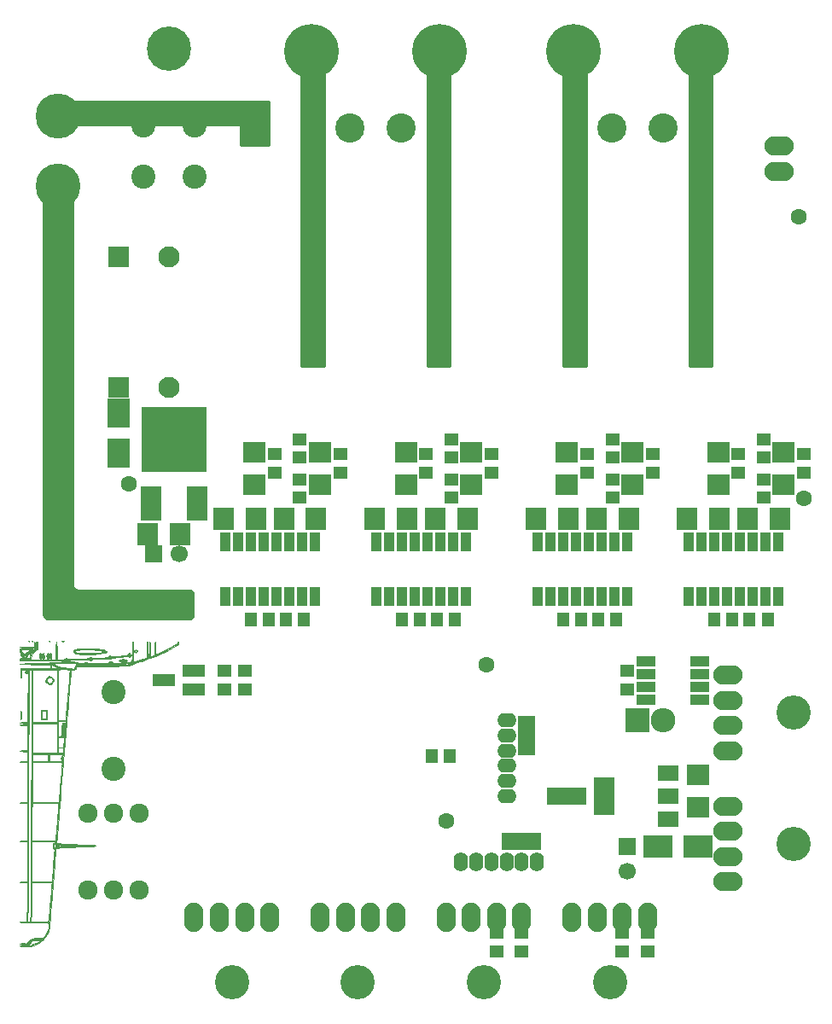
<source format=gbr>
G04 #@! TF.FileFunction,Soldermask,Bot*
%FSLAX46Y46*%
G04 Gerber Fmt 4.6, Leading zero omitted, Abs format (unit mm)*
G04 Created by KiCad (PCBNEW 4.0.4-stable) date 10/09/16 00:30:52*
%MOMM*%
%LPD*%
G01*
G04 APERTURE LIST*
%ADD10C,0.100000*%
%ADD11C,0.010000*%
%ADD12C,2.100000*%
%ADD13R,2.100000X2.100000*%
%ADD14O,1.900000X2.900000*%
%ADD15C,3.400000*%
%ADD16R,2.051000X3.448000*%
%ADD17R,6.496000X6.496000*%
%ADD18C,1.700000*%
%ADD19R,1.700000X1.700000*%
%ADD20O,2.900000X1.900000*%
%ADD21R,2.000000X2.200000*%
%ADD22R,2.200000X2.000000*%
%ADD23R,2.432000X2.432000*%
%ADD24O,2.432000X2.432000*%
%ADD25R,1.000000X1.900000*%
%ADD26R,1.950000X1.000000*%
%ADD27C,2.400000*%
%ADD28C,4.400000*%
%ADD29R,1.200000X1.400000*%
%ADD30R,1.400000X1.200000*%
%ADD31O,1.400000X1.924000*%
%ADD32C,1.924000*%
%ADD33R,2.899360X2.200860*%
%ADD34R,2.200860X1.200100*%
%ADD35R,1.365200X1.670000*%
%ADD36R,2.200860X2.899360*%
%ADD37R,2.100000X1.600000*%
%ADD38R,2.100000X3.700000*%
%ADD39C,2.900000*%
%ADD40C,5.400000*%
%ADD41C,4.464000*%
%ADD42C,1.600000*%
%ADD43R,1.670000X1.365200*%
%ADD44O,1.924000X1.400000*%
%ADD45C,0.026000*%
%ADD46C,0.254000*%
G04 APERTURE END LIST*
D10*
D11*
G36*
X15840623Y-63191318D02*
X15833545Y-63237559D01*
X15793654Y-63318408D01*
X15671648Y-63431244D01*
X15479203Y-63568994D01*
X15227997Y-63724589D01*
X14929706Y-63890955D01*
X14596007Y-64061021D01*
X14238579Y-64227717D01*
X14094992Y-64290407D01*
X13681600Y-64467346D01*
X13681600Y-63808873D01*
X13677821Y-63526990D01*
X13667022Y-63316416D01*
X13650017Y-63187667D01*
X13630800Y-63150400D01*
X13609295Y-63199469D01*
X13593163Y-63339968D01*
X13583154Y-63561831D01*
X13580000Y-63831424D01*
X13580000Y-64512449D01*
X13122800Y-64668233D01*
X13122800Y-63909316D01*
X13119501Y-63599606D01*
X13109991Y-63364179D01*
X13094855Y-63211766D01*
X13074679Y-63151100D01*
X13072000Y-63150400D01*
X13051532Y-63199768D01*
X13035903Y-63342329D01*
X13025651Y-63569768D01*
X13021312Y-63873768D01*
X13021200Y-63937800D01*
X13018015Y-64255065D01*
X13008818Y-64497308D01*
X12994144Y-64656215D01*
X12974532Y-64723468D01*
X12970400Y-64725200D01*
X12949932Y-64675831D01*
X12934303Y-64533270D01*
X12924051Y-64305831D01*
X12919712Y-64001831D01*
X12919600Y-63937800D01*
X12918281Y-63634002D01*
X12913424Y-63417863D01*
X12903684Y-63275464D01*
X12887713Y-63192888D01*
X12864164Y-63156217D01*
X12843400Y-63150400D01*
X12814425Y-63163852D01*
X12793675Y-63213350D01*
X12779865Y-63312606D01*
X12771714Y-63475333D01*
X12767936Y-63715243D01*
X12767201Y-63964457D01*
X12767201Y-64778514D01*
X12638793Y-64827335D01*
X12526283Y-64863103D01*
X12340183Y-64914862D01*
X12105950Y-64975976D01*
X11849045Y-65039809D01*
X11594923Y-65099725D01*
X11586100Y-65101736D01*
X11446400Y-65133535D01*
X11446400Y-64667249D01*
X11340167Y-64667249D01*
X11334840Y-64834278D01*
X11334417Y-64843133D01*
X11319400Y-65155965D01*
X11042880Y-65195578D01*
X10683104Y-65243202D01*
X10345174Y-65280613D01*
X10042058Y-65307078D01*
X9786723Y-65321860D01*
X9592135Y-65324224D01*
X9471262Y-65313436D01*
X9437071Y-65288760D01*
X9438225Y-65286548D01*
X9428317Y-65228608D01*
X9350089Y-65178246D01*
X9236623Y-65149406D01*
X9125650Y-65154807D01*
X9032414Y-65203956D01*
X9027187Y-65260727D01*
X9024600Y-65285695D01*
X8987287Y-65304472D01*
X8903551Y-65317893D01*
X8761693Y-65326796D01*
X8550014Y-65332015D01*
X8256816Y-65334386D01*
X7990406Y-65334800D01*
X7619472Y-65333462D01*
X7340118Y-65329049D01*
X7142352Y-65320956D01*
X7016185Y-65308581D01*
X6951625Y-65291322D01*
X6937900Y-65271300D01*
X6901233Y-65225294D01*
X6767093Y-65207957D01*
X6747400Y-65207800D01*
X6603050Y-65222134D01*
X6556171Y-65265136D01*
X6556901Y-65271300D01*
X6529275Y-65309712D01*
X6420083Y-65330031D01*
X6264801Y-65334800D01*
X6086777Y-65328697D01*
X5991402Y-65307392D01*
X5984649Y-65298491D01*
X5788225Y-65298491D01*
X5783051Y-65351604D01*
X5752548Y-65471575D01*
X5718024Y-65585703D01*
X5631422Y-65856514D01*
X5148011Y-65823800D01*
X5130434Y-65822188D01*
X4080400Y-65822188D01*
X4033743Y-65832041D01*
X3910324Y-65839329D01*
X3734976Y-65842710D01*
X3699400Y-65842800D01*
X3318400Y-65842800D01*
X3318400Y-65635366D01*
X3326538Y-65511715D01*
X3346956Y-65448966D01*
X3356500Y-65447146D01*
X3417849Y-65477419D01*
X3544770Y-65539666D01*
X3711542Y-65621278D01*
X3737500Y-65633968D01*
X3901678Y-65716750D01*
X4022998Y-65782748D01*
X4078992Y-65819630D01*
X4080400Y-65822188D01*
X5130434Y-65822188D01*
X4887680Y-65799925D01*
X4620491Y-65765199D01*
X4393436Y-65725999D01*
X4339128Y-65714073D01*
X4109240Y-65644580D01*
X3859639Y-65546608D01*
X3706161Y-65473229D01*
X3398665Y-65309400D01*
X4585245Y-65295745D01*
X4921412Y-65292556D01*
X5222013Y-65291003D01*
X5472716Y-65291054D01*
X5659191Y-65292676D01*
X5767108Y-65295836D01*
X5788225Y-65298491D01*
X5984649Y-65298491D01*
X5960289Y-65266388D01*
X5960000Y-65260263D01*
X5941382Y-65226077D01*
X5875206Y-65202187D01*
X5745996Y-65186121D01*
X5538273Y-65175410D01*
X5402935Y-65171363D01*
X5157546Y-65163174D01*
X4998985Y-65152064D01*
X4912480Y-65135499D01*
X4883259Y-65110944D01*
X4891361Y-65083584D01*
X4956851Y-65055490D01*
X5105006Y-65029905D01*
X5317548Y-65007417D01*
X5576199Y-64988611D01*
X5862680Y-64974078D01*
X6158713Y-64964402D01*
X6446020Y-64960174D01*
X6706322Y-64961978D01*
X6921342Y-64970404D01*
X7072799Y-64986039D01*
X7142417Y-65009470D01*
X7143625Y-65011192D01*
X7214258Y-65071380D01*
X7291251Y-65071284D01*
X7331289Y-65012421D01*
X7331600Y-65004600D01*
X7358898Y-64960166D01*
X1090250Y-64960166D01*
X1022776Y-64968961D01*
X1007000Y-64969296D01*
X920243Y-64963805D01*
X915438Y-64953800D01*
X778400Y-64953800D01*
X753000Y-64979200D01*
X727600Y-64953800D01*
X753000Y-64928400D01*
X778400Y-64953800D01*
X915438Y-64953800D01*
X912605Y-64947902D01*
X917134Y-64945878D01*
X1017981Y-64935829D01*
X1069534Y-64943996D01*
X1090250Y-64960166D01*
X7358898Y-64960166D01*
X7372512Y-64938008D01*
X7410981Y-64928400D01*
X7488100Y-64924775D01*
X7646147Y-64914812D01*
X7864744Y-64899877D01*
X8123511Y-64881336D01*
X8229844Y-64873503D01*
X8554241Y-64852301D01*
X8787089Y-64844114D01*
X8937601Y-64848941D01*
X9014992Y-64866782D01*
X9024224Y-64873503D01*
X9111865Y-64923335D01*
X9187000Y-64913253D01*
X9211200Y-64862888D01*
X9258592Y-64832675D01*
X9387451Y-64798970D01*
X9577810Y-64764000D01*
X9809697Y-64729993D01*
X10063142Y-64699179D01*
X10318175Y-64673783D01*
X10554827Y-64656036D01*
X10753127Y-64648164D01*
X10893105Y-64652397D01*
X10952890Y-64668569D01*
X11042389Y-64720159D01*
X11117476Y-64708725D01*
X11141600Y-64654924D01*
X11184237Y-64587111D01*
X11245517Y-64557475D01*
X11302089Y-64550002D01*
X11331445Y-64579542D01*
X11340167Y-64667249D01*
X11446400Y-64667249D01*
X11446400Y-64649967D01*
X11448943Y-64442361D01*
X11455777Y-64279373D01*
X11465714Y-64183043D01*
X11472490Y-64166399D01*
X11531130Y-64190283D01*
X11599665Y-64229529D01*
X11713698Y-64265567D01*
X11786452Y-64238600D01*
X11879021Y-64150698D01*
X11875391Y-64115600D01*
X11802000Y-64115600D01*
X11759453Y-64156874D01*
X11700400Y-64166400D01*
X11617852Y-64145126D01*
X11598800Y-64115600D01*
X11641348Y-64074325D01*
X11700400Y-64064800D01*
X11782949Y-64086073D01*
X11802000Y-64115600D01*
X11875391Y-64115600D01*
X11870628Y-64069559D01*
X11780797Y-64006668D01*
X11669310Y-63974228D01*
X11580487Y-64011809D01*
X11548207Y-64039213D01*
X11501369Y-64078157D01*
X11471685Y-64082128D01*
X11455243Y-64035820D01*
X11448131Y-63923928D01*
X11446437Y-63731146D01*
X11446400Y-63640873D01*
X11441410Y-63410626D01*
X11427493Y-63244904D01*
X11406234Y-63159000D01*
X11395600Y-63150400D01*
X11373875Y-63199399D01*
X11357639Y-63339415D01*
X11347699Y-63559969D01*
X11344800Y-63810800D01*
X11343939Y-64080404D01*
X11339693Y-64264604D01*
X11329572Y-64379591D01*
X11311085Y-64441555D01*
X11281741Y-64466688D01*
X11243200Y-64471200D01*
X11160458Y-64439436D01*
X11141600Y-64395000D01*
X11108842Y-64330467D01*
X11038426Y-64325108D01*
X10972147Y-64374767D01*
X10954908Y-64413561D01*
X10932685Y-64452859D01*
X10878907Y-64484727D01*
X10778205Y-64512850D01*
X10615207Y-64540915D01*
X10374545Y-64572607D01*
X10210364Y-64592121D01*
X9867185Y-64631078D01*
X9612022Y-64656853D01*
X9432158Y-64669526D01*
X9314879Y-64669173D01*
X9247468Y-64655871D01*
X9217209Y-64629699D01*
X9211200Y-64598200D01*
X9178588Y-64533551D01*
X9108363Y-64528356D01*
X9041943Y-64578219D01*
X9024171Y-64618050D01*
X9011412Y-64651763D01*
X8984660Y-64678688D01*
X8931592Y-64700732D01*
X8839888Y-64719799D01*
X8697225Y-64737795D01*
X8491282Y-64756625D01*
X8209737Y-64778194D01*
X7840268Y-64804408D01*
X7801500Y-64807115D01*
X7579512Y-64820665D01*
X7440139Y-64822396D01*
X7364873Y-64810342D01*
X7335209Y-64782533D01*
X7331600Y-64757152D01*
X7298683Y-64687741D01*
X7225140Y-64682370D01*
X7148788Y-64740507D01*
X7136399Y-64759902D01*
X7108982Y-64788969D01*
X7054631Y-64811966D01*
X6960536Y-64830273D01*
X6813886Y-64845266D01*
X6601870Y-64858323D01*
X6311676Y-64870822D01*
X6003575Y-64881715D01*
X5635498Y-64893044D01*
X5356656Y-64898885D01*
X5154812Y-64898861D01*
X5017729Y-64892595D01*
X4933171Y-64879708D01*
X4888901Y-64859825D01*
X4877976Y-64847012D01*
X4807862Y-64785944D01*
X4730988Y-64785086D01*
X4690405Y-64843251D01*
X4690000Y-64852200D01*
X4670859Y-64891297D01*
X4601407Y-64914761D01*
X4463605Y-64925974D01*
X4283600Y-64928400D01*
X3877200Y-64928400D01*
X3877200Y-64039400D01*
X3874367Y-63696238D01*
X3866137Y-63430432D01*
X3852913Y-63249051D01*
X3835101Y-63159166D01*
X3826400Y-63150400D01*
X3806791Y-63199981D01*
X3791602Y-63344013D01*
X3781238Y-63575422D01*
X3776101Y-63887140D01*
X3775600Y-64039400D01*
X3775600Y-64928400D01*
X1238140Y-64928400D01*
X1269157Y-64763300D01*
X1338281Y-64504167D01*
X1444715Y-64314101D01*
X1515814Y-64248059D01*
X1318458Y-64248059D01*
X1282734Y-64338690D01*
X1267653Y-64373134D01*
X1206513Y-64532388D01*
X1162994Y-64680394D01*
X1161536Y-64687100D01*
X1126235Y-64782733D01*
X1052304Y-64821111D01*
X953928Y-64826800D01*
X836881Y-64822694D01*
X802893Y-64794003D01*
X833423Y-64716166D01*
X848469Y-64687100D01*
X953762Y-64534912D01*
X1024095Y-64467100D01*
X826828Y-64467100D01*
X739114Y-64621229D01*
X680182Y-64723466D01*
X649351Y-64774408D01*
X648254Y-64775678D01*
X619732Y-64739280D01*
X552303Y-64647957D01*
X525333Y-64610900D01*
X459749Y-64516111D01*
X455507Y-64494104D01*
X505944Y-64533672D01*
X590420Y-64591769D01*
X664715Y-64577860D01*
X716578Y-64544322D01*
X826828Y-64467100D01*
X1024095Y-64467100D01*
X1122595Y-64372132D01*
X1251849Y-64269123D01*
X1308966Y-64230158D01*
X1318458Y-64248059D01*
X1515814Y-64248059D01*
X1608394Y-64162064D01*
X1690483Y-64107348D01*
X1922369Y-63963200D01*
X1244527Y-63963200D01*
X947964Y-64190091D01*
X799835Y-64300527D01*
X683668Y-64381769D01*
X622071Y-64418092D01*
X619330Y-64418691D01*
X576258Y-64386468D01*
X412878Y-64386468D01*
X412535Y-64419565D01*
X403621Y-64420400D01*
X361216Y-64385684D01*
X314721Y-64331500D01*
X270786Y-64271327D01*
X297093Y-64283942D01*
X333900Y-64312320D01*
X412878Y-64386468D01*
X576258Y-64386468D01*
X571599Y-64382983D01*
X491513Y-64291744D01*
X463330Y-64255300D01*
X364365Y-64121963D01*
X316516Y-64036923D01*
X330583Y-63989342D01*
X417364Y-63968387D01*
X587661Y-63963222D01*
X754466Y-63963200D01*
X1244527Y-63963200D01*
X1922369Y-63963200D01*
X1946800Y-63948013D01*
X1946800Y-63549206D01*
X1944602Y-63348994D01*
X1934504Y-63229731D01*
X1911255Y-63170800D01*
X1869602Y-63151586D01*
X1845200Y-63150400D01*
X1791061Y-63160314D01*
X1760434Y-63204770D01*
X1746791Y-63305833D01*
X1743603Y-63485568D01*
X1743600Y-63493780D01*
X1738807Y-63685486D01*
X1720032Y-63802249D01*
X1680686Y-63870459D01*
X1642001Y-63900610D01*
X1562721Y-63932616D01*
X1540400Y-63912830D01*
X1491259Y-63890636D01*
X1350219Y-63874220D01*
X1126857Y-63864325D01*
X881917Y-63861599D01*
X223434Y-63861599D01*
X226912Y-64152777D01*
X239507Y-64345641D01*
X280070Y-64480264D01*
X359901Y-64597277D01*
X489412Y-64750600D01*
X354506Y-64766674D01*
X254739Y-64798326D01*
X221154Y-64882294D01*
X219600Y-64925570D01*
X219600Y-65068392D01*
X2454800Y-65041691D01*
X2991389Y-65035521D01*
X3435112Y-65031158D01*
X3794694Y-65028824D01*
X4078857Y-65028742D01*
X4296323Y-65031134D01*
X4455816Y-65036223D01*
X4566059Y-65044231D01*
X4635775Y-65055381D01*
X4673686Y-65069894D01*
X4688515Y-65087995D01*
X4690000Y-65098695D01*
X4679944Y-65131041D01*
X4640024Y-65153901D01*
X4555618Y-65168872D01*
X4412103Y-65177547D01*
X4194856Y-65181522D01*
X3922565Y-65182400D01*
X3625885Y-65183592D01*
X3417135Y-65188107D01*
X3282663Y-65197356D01*
X3208817Y-65212747D01*
X3181947Y-65235689D01*
X3184371Y-65258600D01*
X3182659Y-65280635D01*
X3151937Y-65298042D01*
X3082062Y-65311348D01*
X2962889Y-65321079D01*
X2784274Y-65327762D01*
X2536074Y-65331923D01*
X2208144Y-65334090D01*
X1790339Y-65334789D01*
X1716606Y-65334800D01*
X1242767Y-65336503D01*
X854577Y-65341536D01*
X555487Y-65349781D01*
X348948Y-65361122D01*
X238411Y-65375440D01*
X219600Y-65385600D01*
X269807Y-65401672D01*
X418129Y-65414841D01*
X661121Y-65424989D01*
X995336Y-65432000D01*
X1417328Y-65435756D01*
X1718200Y-65436400D01*
X3216800Y-65436400D01*
X3216800Y-65842800D01*
X245000Y-65842800D01*
X245000Y-66300000D01*
X249529Y-66535835D01*
X264167Y-66681813D01*
X290496Y-66749317D01*
X308500Y-66757200D01*
X343111Y-66722353D01*
X363619Y-66610598D01*
X371716Y-66411115D01*
X372000Y-66350800D01*
X372000Y-65944400D01*
X702200Y-65944400D01*
X884619Y-65948818D01*
X986278Y-65965498D01*
X1027767Y-65999581D01*
X1032400Y-66026820D01*
X1019886Y-66080842D01*
X966272Y-66054152D01*
X953431Y-66043701D01*
X883881Y-66008907D01*
X811138Y-66044346D01*
X767112Y-66085511D01*
X697133Y-66170963D01*
X700192Y-66235892D01*
X728692Y-66275915D01*
X840071Y-66336733D01*
X922895Y-66335022D01*
X1048169Y-66311074D01*
X1015018Y-67334237D01*
X1005637Y-67681377D01*
X997274Y-68101108D01*
X990327Y-68564422D01*
X985191Y-69042311D01*
X982265Y-69505768D01*
X981734Y-69767100D01*
X981600Y-71176800D01*
X600600Y-71176800D01*
X408624Y-71183103D01*
X274816Y-71200166D01*
X219957Y-71225217D01*
X219600Y-71227600D01*
X266876Y-71253196D01*
X394847Y-71271037D01*
X582734Y-71278352D01*
X600600Y-71278400D01*
X792577Y-71284703D01*
X926385Y-71301766D01*
X981244Y-71326817D01*
X981600Y-71329200D01*
X934325Y-71354796D01*
X806354Y-71372637D01*
X618467Y-71379952D01*
X600600Y-71380000D01*
X408624Y-71386303D01*
X274816Y-71403366D01*
X219957Y-71428417D01*
X219600Y-71430800D01*
X266876Y-71456396D01*
X394847Y-71474237D01*
X582734Y-71481552D01*
X600600Y-71481600D01*
X981600Y-71481600D01*
X981600Y-73970800D01*
X600600Y-73970800D01*
X408624Y-73977103D01*
X274816Y-73994166D01*
X219957Y-74019217D01*
X219600Y-74021600D01*
X266876Y-74047196D01*
X394847Y-74065037D01*
X582734Y-74072352D01*
X600600Y-74072400D01*
X981600Y-74072400D01*
X981600Y-75037600D01*
X600600Y-75037600D01*
X408624Y-75043903D01*
X274816Y-75060966D01*
X219957Y-75086017D01*
X219600Y-75088400D01*
X266876Y-75113996D01*
X394847Y-75131837D01*
X582734Y-75139152D01*
X600600Y-75139200D01*
X981600Y-75139200D01*
X981600Y-76884709D01*
X980669Y-77307207D01*
X978023Y-77706787D01*
X973889Y-78069665D01*
X968490Y-78382055D01*
X962052Y-78630173D01*
X954799Y-78800234D01*
X949296Y-78865909D01*
X916991Y-79101600D01*
X568296Y-79101600D01*
X388532Y-79108432D01*
X264621Y-79126691D01*
X219600Y-79152400D01*
X266586Y-79178459D01*
X392518Y-79196465D01*
X574855Y-79203199D01*
X575200Y-79203200D01*
X930800Y-79203200D01*
X930800Y-82911600D01*
X575200Y-82911600D01*
X392786Y-82918312D01*
X266740Y-82936302D01*
X219601Y-82962350D01*
X219600Y-82962400D01*
X266586Y-82988459D01*
X392518Y-83006465D01*
X574855Y-83013199D01*
X575200Y-83013200D01*
X930800Y-83013200D01*
X930800Y-86975600D01*
X575200Y-86975600D01*
X392786Y-86982312D01*
X266740Y-87000302D01*
X219601Y-87026350D01*
X219600Y-87026400D01*
X266586Y-87052459D01*
X392518Y-87070465D01*
X574855Y-87077199D01*
X575200Y-87077200D01*
X930800Y-87077200D01*
X930594Y-88359900D01*
X929131Y-88756746D01*
X925144Y-89161597D01*
X919052Y-89550104D01*
X911275Y-89897917D01*
X902232Y-90180685D01*
X897355Y-90290300D01*
X864321Y-90938000D01*
X541961Y-90938000D01*
X372522Y-90945334D01*
X256858Y-90964685D01*
X219600Y-90988800D01*
X269743Y-91005345D01*
X417627Y-91018803D01*
X659435Y-91029035D01*
X991352Y-91035903D01*
X1409562Y-91039265D01*
X1612945Y-91039600D01*
X3006290Y-91039600D01*
X3039699Y-91306997D01*
X3031999Y-91617629D01*
X2931455Y-91944832D01*
X2736030Y-92294992D01*
X2714250Y-92327078D01*
X2551520Y-92563600D01*
X2058660Y-92564715D01*
X1708704Y-92580820D01*
X1440279Y-92631236D01*
X1237387Y-92721804D01*
X1084028Y-92858366D01*
X1022666Y-92942980D01*
X905400Y-93126783D01*
X562386Y-93111891D01*
X358184Y-93109458D01*
X244034Y-93122953D01*
X223527Y-93151264D01*
X299955Y-93193164D01*
X396575Y-93211446D01*
X549480Y-93222501D01*
X630155Y-93224000D01*
X789008Y-93234968D01*
X872007Y-93265143D01*
X880000Y-93281815D01*
X842753Y-93312309D01*
X724540Y-93318865D01*
X549800Y-93305800D01*
X368035Y-93296000D01*
X251381Y-93307212D01*
X210501Y-93335570D01*
X256058Y-93377208D01*
X299955Y-93396364D01*
X410946Y-93415784D01*
X593440Y-93424480D01*
X818021Y-93423432D01*
X1055267Y-93413620D01*
X1275761Y-93396027D01*
X1450083Y-93371631D01*
X1515000Y-93355867D01*
X1947016Y-93172827D01*
X2329416Y-92919956D01*
X2406467Y-92846002D01*
X2222278Y-92846002D01*
X2203565Y-92876274D01*
X2175400Y-92899392D01*
X2009997Y-93011400D01*
X1816124Y-93108358D01*
X1571874Y-93199270D01*
X1255345Y-93293141D01*
X1146700Y-93322256D01*
X1135638Y-93283690D01*
X1134000Y-93244320D01*
X1142388Y-93224000D01*
X1032400Y-93224000D01*
X1013814Y-93265814D01*
X998534Y-93257866D01*
X992454Y-93197578D01*
X998534Y-93190133D01*
X1028734Y-93197106D01*
X1032400Y-93224000D01*
X1142388Y-93224000D01*
X1167893Y-93162215D01*
X1253759Y-93047213D01*
X1254701Y-93046200D01*
X1083200Y-93046200D01*
X1057800Y-93071600D01*
X1032400Y-93046200D01*
X1057800Y-93020800D01*
X1083200Y-93046200D01*
X1254701Y-93046200D01*
X1306720Y-92990320D01*
X1398744Y-92903538D01*
X1480062Y-92852233D01*
X1581265Y-92827246D01*
X1732943Y-92819419D01*
X1878220Y-92819215D01*
X2074560Y-92821507D01*
X2184261Y-92829092D01*
X2222278Y-92846002D01*
X2406467Y-92846002D01*
X2435657Y-92817985D01*
X1232273Y-92817985D01*
X1219658Y-92844292D01*
X1191280Y-92881100D01*
X1117132Y-92960077D01*
X1084035Y-92959734D01*
X1083200Y-92950820D01*
X1117916Y-92908415D01*
X1172100Y-92861920D01*
X1232273Y-92817985D01*
X2435657Y-92817985D01*
X2572532Y-92686614D01*
X2245978Y-92686614D01*
X2212782Y-92693031D01*
X2095972Y-92697036D01*
X1972200Y-92697968D01*
X1799769Y-92696275D01*
X1701302Y-92691487D01*
X1687174Y-92684420D01*
X1729368Y-92678878D01*
X1921154Y-92670948D01*
X2133416Y-92675158D01*
X2186568Y-92678597D01*
X2245978Y-92686614D01*
X2572532Y-92686614D01*
X2653145Y-92609242D01*
X2909153Y-92252675D01*
X3088387Y-91862246D01*
X3181794Y-91449944D01*
X3190289Y-91137010D01*
X3190621Y-91021634D01*
X3199073Y-90818967D01*
X3214745Y-90542918D01*
X3236736Y-90207395D01*
X3264148Y-89826306D01*
X3296080Y-89413560D01*
X3323108Y-89083800D01*
X3364199Y-88592153D01*
X3407890Y-88065103D01*
X3452071Y-87528411D01*
X3487921Y-87089900D01*
X3369168Y-87089900D01*
X3365038Y-87141632D01*
X3353305Y-87283143D01*
X3334931Y-87502971D01*
X3310876Y-87789654D01*
X3282103Y-88131733D01*
X3249572Y-88517746D01*
X3216800Y-88906000D01*
X3181427Y-89327887D01*
X3148958Y-89721133D01*
X3120375Y-90073407D01*
X3096657Y-90372378D01*
X3078783Y-90605714D01*
X3067733Y-90761083D01*
X3064433Y-90823700D01*
X3061968Y-90865141D01*
X3045158Y-90895117D01*
X2999843Y-90915484D01*
X2911860Y-90928098D01*
X2767049Y-90934817D01*
X2551246Y-90937498D01*
X2250292Y-90937998D01*
X2192768Y-90938000D01*
X1321136Y-90938000D01*
X1354425Y-89985500D01*
X1365988Y-89593778D01*
X1375826Y-89144577D01*
X1383174Y-88682011D01*
X1387268Y-88250196D01*
X1387857Y-88055100D01*
X1388000Y-87077200D01*
X2378600Y-87077200D01*
X2683306Y-87077818D01*
X2950031Y-87079541D01*
X3163373Y-87082172D01*
X3307931Y-87085514D01*
X3368306Y-87089368D01*
X3369168Y-87089900D01*
X3487921Y-87089900D01*
X3494630Y-87007838D01*
X3533456Y-86529144D01*
X3566439Y-86118089D01*
X3574990Y-86010400D01*
X3620129Y-85444387D01*
X3658568Y-84972390D01*
X3691002Y-84587093D01*
X3718123Y-84281179D01*
X3740625Y-84047334D01*
X3759202Y-83878241D01*
X3774548Y-83766586D01*
X3787356Y-83705052D01*
X3795209Y-83687857D01*
X3848733Y-83660852D01*
X3956300Y-83637231D01*
X4124964Y-83616528D01*
X4361779Y-83598276D01*
X4673796Y-83582008D01*
X5068069Y-83567257D01*
X5551652Y-83553558D01*
X5972700Y-83543789D01*
X6436745Y-83533445D01*
X6809162Y-83524061D01*
X7099909Y-83514914D01*
X7318944Y-83505281D01*
X7476227Y-83494439D01*
X7581713Y-83481666D01*
X7645363Y-83466238D01*
X7677134Y-83447434D01*
X7686985Y-83424530D01*
X7687118Y-83421310D01*
X4283600Y-83421310D01*
X4244958Y-83468764D01*
X4165201Y-83478835D01*
X4098585Y-83449167D01*
X4088610Y-83429773D01*
X4088335Y-83419600D01*
X3970779Y-83419600D01*
X3962796Y-83491717D01*
X3945157Y-83483100D01*
X3941061Y-83419600D01*
X3775600Y-83419600D01*
X3759634Y-83531152D01*
X3700227Y-83570427D01*
X3674000Y-83572000D01*
X3599632Y-83548050D01*
X3573449Y-83458940D01*
X3572400Y-83419600D01*
X3588367Y-83308047D01*
X3647774Y-83268772D01*
X3674000Y-83267200D01*
X3748369Y-83291149D01*
X3774552Y-83380259D01*
X3775600Y-83419600D01*
X3941061Y-83419600D01*
X3938447Y-83379094D01*
X3945157Y-83356100D01*
X3963698Y-83349718D01*
X3970779Y-83419600D01*
X4088335Y-83419600D01*
X4086521Y-83352762D01*
X4094039Y-83338228D01*
X4156261Y-83333673D01*
X4238671Y-83368757D01*
X4283378Y-83418106D01*
X4283600Y-83421310D01*
X7687118Y-83421310D01*
X7687200Y-83419351D01*
X7680443Y-83394875D01*
X7671356Y-83388190D01*
X5465487Y-83388190D01*
X5450628Y-83393539D01*
X5349450Y-83397495D01*
X5169593Y-83399619D01*
X5071000Y-83399862D01*
X4857238Y-83398742D01*
X4716222Y-83395554D01*
X4656424Y-83390736D01*
X4686315Y-83384724D01*
X4725988Y-83382042D01*
X4957201Y-83375104D01*
X5219801Y-83376220D01*
X5386388Y-83381881D01*
X5465487Y-83388190D01*
X7671356Y-83388190D01*
X7653330Y-83374929D01*
X7595596Y-83358743D01*
X7496978Y-83345545D01*
X7347213Y-83334567D01*
X7136038Y-83325039D01*
X6853189Y-83316189D01*
X6488402Y-83307249D01*
X6074300Y-83298337D01*
X5662607Y-83288127D01*
X5269103Y-83275278D01*
X4909223Y-83260527D01*
X4598407Y-83244613D01*
X4352089Y-83228274D01*
X4185707Y-83212249D01*
X4144763Y-83206049D01*
X3828126Y-83147303D01*
X3836106Y-83089400D01*
X3724800Y-83089400D01*
X3680640Y-83150685D01*
X3597800Y-83165600D01*
X3522427Y-83173835D01*
X3484825Y-83215862D01*
X3472004Y-83317663D01*
X3470800Y-83419600D01*
X3476996Y-83573731D01*
X3501230Y-83650410D01*
X3551970Y-83673331D01*
X3561576Y-83673600D01*
X3586152Y-83678161D01*
X3604334Y-83698659D01*
X3615822Y-83745316D01*
X3620313Y-83828355D01*
X3617507Y-83957998D01*
X3607103Y-84144467D01*
X3588800Y-84397985D01*
X3562297Y-84728773D01*
X3527292Y-85147054D01*
X3513325Y-85311900D01*
X3479641Y-85708321D01*
X3448744Y-86070957D01*
X3421665Y-86387772D01*
X3399437Y-86646731D01*
X3383092Y-86835796D01*
X3373662Y-86942934D01*
X3371750Y-86962900D01*
X3322706Y-86966807D01*
X3187516Y-86970227D01*
X2981636Y-86972963D01*
X2720519Y-86974816D01*
X2419621Y-86975589D01*
X2378600Y-86975600D01*
X1388000Y-86975600D01*
X1388000Y-83013200D01*
X2556400Y-83013200D01*
X2935213Y-83013970D01*
X3224043Y-83016788D01*
X3434500Y-83022409D01*
X3578192Y-83031592D01*
X3666730Y-83045092D01*
X3711722Y-83063668D01*
X3724778Y-83088075D01*
X3724800Y-83089400D01*
X3836106Y-83089400D01*
X3853120Y-82965951D01*
X3859998Y-82896075D01*
X3874771Y-82730390D01*
X3896983Y-82474343D01*
X3926175Y-82133381D01*
X3961890Y-81712952D01*
X4003672Y-81218502D01*
X4051063Y-80655478D01*
X4103607Y-80029327D01*
X4160845Y-79345497D01*
X4163183Y-79317500D01*
X4030389Y-79317500D01*
X4026542Y-79404927D01*
X4015261Y-79576969D01*
X3997768Y-79818667D01*
X3975283Y-80115062D01*
X3949025Y-80451197D01*
X3920217Y-80812113D01*
X3890078Y-81182853D01*
X3859829Y-81548458D01*
X3830691Y-81893970D01*
X3803884Y-82204431D01*
X3780629Y-82464883D01*
X3762146Y-82660368D01*
X3749656Y-82775927D01*
X3746436Y-82797300D01*
X3722865Y-82911600D01*
X1388000Y-82911600D01*
X1388000Y-81293090D01*
X1389006Y-80885578D01*
X1391855Y-80500612D01*
X1396294Y-80152691D01*
X1402071Y-79856319D01*
X1408933Y-79625996D01*
X1416627Y-79476225D01*
X1420305Y-79438890D01*
X1452610Y-79203200D01*
X4029600Y-79203200D01*
X4030389Y-79317500D01*
X4163183Y-79317500D01*
X4222321Y-78609435D01*
X4287577Y-77826587D01*
X4356157Y-77002402D01*
X4427603Y-76142325D01*
X4501457Y-75251804D01*
X4503419Y-75228100D01*
X4384339Y-75228100D01*
X4379894Y-75298232D01*
X4367652Y-75457277D01*
X4348628Y-75692929D01*
X4323839Y-75992882D01*
X4294298Y-76344832D01*
X4261021Y-76736473D01*
X4232434Y-77069600D01*
X4196801Y-77486846D01*
X4164135Y-77876641D01*
X4135458Y-78226215D01*
X4111793Y-78522801D01*
X4094161Y-78753630D01*
X4083587Y-78905935D01*
X4080896Y-78961900D01*
X4080400Y-79101600D01*
X1438800Y-79101600D01*
X1438800Y-75139200D01*
X2912000Y-75139200D01*
X3338179Y-75139559D01*
X3673539Y-75141072D01*
X3928863Y-75144389D01*
X4114933Y-75150161D01*
X4242528Y-75159039D01*
X4322431Y-75171674D01*
X4365422Y-75188717D01*
X4382283Y-75210820D01*
X4384339Y-75228100D01*
X4503419Y-75228100D01*
X4546890Y-74703166D01*
X4431990Y-74703166D01*
X4422650Y-74769055D01*
X4405309Y-74769841D01*
X4393182Y-74701851D01*
X4401298Y-74672475D01*
X4423855Y-74653232D01*
X4431990Y-74703166D01*
X4546890Y-74703166D01*
X4565471Y-74478800D01*
X4571937Y-74400752D01*
X4440475Y-74400752D01*
X4413210Y-74452748D01*
X4353450Y-74502561D01*
X4297509Y-74586191D01*
X4272948Y-74704965D01*
X4282717Y-74815684D01*
X4328050Y-74874616D01*
X4380298Y-74934919D01*
X4385200Y-74965633D01*
X4367134Y-74996420D01*
X4303214Y-75017352D01*
X4178857Y-75030081D01*
X3979483Y-75036261D01*
X3750200Y-75037600D01*
X3115200Y-75037600D01*
X3115200Y-74326400D01*
X3013600Y-74326400D01*
X3013600Y-75037600D01*
X1438800Y-75037600D01*
X1438800Y-74326400D01*
X3013600Y-74326400D01*
X3115200Y-74326400D01*
X3775600Y-74326400D01*
X4073927Y-74329826D01*
X4278843Y-74341732D01*
X4398356Y-74364560D01*
X4440475Y-74400752D01*
X4571937Y-74400752D01*
X4628606Y-73716800D01*
X4486800Y-73716800D01*
X4486800Y-74224800D01*
X4029600Y-74224800D01*
X4029600Y-73716800D01*
X4486800Y-73716800D01*
X4628606Y-73716800D01*
X4640936Y-73567987D01*
X4714375Y-72683737D01*
X4717183Y-72650000D01*
X4603092Y-72650000D01*
X4570708Y-72992900D01*
X4553645Y-73197760D01*
X4541776Y-73386379D01*
X4537962Y-73500900D01*
X4533098Y-73598609D01*
X4501552Y-73647329D01*
X4417056Y-73664111D01*
X4283600Y-73666000D01*
X4029600Y-73666000D01*
X4029600Y-72650000D01*
X4603092Y-72650000D01*
X4717183Y-72650000D01*
X4746788Y-72294400D01*
X4486800Y-72294400D01*
X4468214Y-72336214D01*
X4452934Y-72328266D01*
X4446854Y-72267978D01*
X4452934Y-72260533D01*
X4483134Y-72267506D01*
X4486800Y-72294400D01*
X4746788Y-72294400D01*
X4782739Y-71862600D01*
X4690000Y-71862600D01*
X4664600Y-71888000D01*
X4639200Y-71862600D01*
X4664600Y-71837200D01*
X4690000Y-71862600D01*
X4782739Y-71862600D01*
X4785334Y-71831439D01*
X4813418Y-71494961D01*
X4623127Y-71494961D01*
X4594452Y-71550415D01*
X4588400Y-71557800D01*
X4527530Y-71620934D01*
X4505980Y-71634000D01*
X4488920Y-71592512D01*
X4486800Y-71557800D01*
X4527934Y-71491918D01*
X4569221Y-71481600D01*
X4623127Y-71494961D01*
X4813418Y-71494961D01*
X4824027Y-71367854D01*
X4667968Y-71367854D01*
X4618034Y-71375989D01*
X4552145Y-71366649D01*
X4551359Y-71349308D01*
X4619349Y-71337181D01*
X4648725Y-71345297D01*
X4667968Y-71367854D01*
X4824027Y-71367854D01*
X4842094Y-71151400D01*
X4740800Y-71151400D01*
X4700561Y-71208814D01*
X4573899Y-71227591D01*
X4569961Y-71227600D01*
X4399121Y-71227600D01*
X4364693Y-71722900D01*
X4341837Y-72030643D01*
X4320306Y-72251208D01*
X4296398Y-72398894D01*
X4266410Y-72487997D01*
X4226640Y-72532815D01*
X4173386Y-72547647D01*
X4150947Y-72548400D01*
X4029600Y-72548400D01*
X4029600Y-71278400D01*
X3928000Y-71278400D01*
X3928000Y-74224800D01*
X1438800Y-74224800D01*
X1438800Y-71278400D01*
X3928000Y-71278400D01*
X4029600Y-71278400D01*
X4029600Y-71075200D01*
X4385200Y-71075200D01*
X4578404Y-71079681D01*
X4688980Y-71095794D01*
X4735616Y-71127544D01*
X4740800Y-71151400D01*
X4842094Y-71151400D01*
X4853355Y-71016483D01*
X4917984Y-70244258D01*
X4978765Y-69520153D01*
X5035243Y-68849559D01*
X5086962Y-68237865D01*
X5133467Y-67690459D01*
X5174302Y-67212733D01*
X5209011Y-66810075D01*
X5237139Y-66487875D01*
X5258230Y-66251523D01*
X5271829Y-66106407D01*
X5276304Y-66066520D01*
X5147200Y-66066520D01*
X5142981Y-66138647D01*
X5130891Y-66301494D01*
X5111788Y-66544558D01*
X5086528Y-66857335D01*
X5055965Y-67229319D01*
X5020957Y-67650009D01*
X4982358Y-68108898D01*
X4944000Y-68560599D01*
X4903010Y-69041478D01*
X4864786Y-69490520D01*
X4830171Y-69897763D01*
X4800012Y-70253243D01*
X4775151Y-70546997D01*
X4756433Y-70769064D01*
X4744704Y-70909481D01*
X4740800Y-70958234D01*
X4694287Y-70965809D01*
X4571882Y-70971296D01*
X4399290Y-70973588D01*
X4385200Y-70973600D01*
X4029600Y-70973600D01*
X4029600Y-65953330D01*
X4082455Y-65944400D01*
X3928000Y-65944400D01*
X3928000Y-71176800D01*
X1422511Y-71176800D01*
X1456056Y-69873159D01*
X1466219Y-69416256D01*
X1475144Y-68896521D01*
X1482335Y-68352719D01*
X1487294Y-67823616D01*
X1489525Y-67347976D01*
X1489600Y-67256959D01*
X1489600Y-65944400D01*
X1403613Y-65944400D01*
X1370584Y-69589300D01*
X1366617Y-70062588D01*
X1362431Y-70628627D01*
X1358070Y-71278570D01*
X1353577Y-72003569D01*
X1348997Y-72794775D01*
X1344374Y-73643341D01*
X1339752Y-74540418D01*
X1335176Y-75477158D01*
X1330689Y-76444713D01*
X1326335Y-77434235D01*
X1322160Y-78436877D01*
X1318207Y-79443789D01*
X1314519Y-80446125D01*
X1311142Y-81435035D01*
X1310554Y-81616200D01*
X1307417Y-82539193D01*
X1304036Y-83439393D01*
X1300449Y-84311104D01*
X1296691Y-85148626D01*
X1292797Y-85946263D01*
X1288803Y-86698317D01*
X1284746Y-87399091D01*
X1280661Y-88042886D01*
X1276584Y-88624005D01*
X1272552Y-89136750D01*
X1268598Y-89575425D01*
X1264761Y-89934331D01*
X1261075Y-90207770D01*
X1257577Y-90390045D01*
X1254836Y-90468100D01*
X1240263Y-90688023D01*
X1224931Y-90825738D01*
X1202393Y-90900477D01*
X1166198Y-90931471D01*
X1109898Y-90937952D01*
X1097259Y-90938000D01*
X968400Y-90938000D01*
X1000060Y-89248900D01*
X1003435Y-89024215D01*
X1006986Y-88703960D01*
X1010681Y-88294166D01*
X1014491Y-87800862D01*
X1018385Y-87230078D01*
X1022334Y-86587845D01*
X1026308Y-85880193D01*
X1030276Y-85113151D01*
X1034208Y-84292749D01*
X1038075Y-83425018D01*
X1041845Y-82515988D01*
X1045490Y-81571688D01*
X1048978Y-80598149D01*
X1052281Y-79601401D01*
X1055367Y-78587474D01*
X1058033Y-77628400D01*
X1060854Y-76617533D01*
X1063903Y-75626006D01*
X1067149Y-74659269D01*
X1070565Y-73722776D01*
X1074121Y-72821981D01*
X1077789Y-71962335D01*
X1081542Y-71149293D01*
X1085349Y-70388306D01*
X1089183Y-69684828D01*
X1093015Y-69044312D01*
X1096817Y-68472211D01*
X1100559Y-67973977D01*
X1104214Y-67555064D01*
X1107752Y-67220925D01*
X1111146Y-66977011D01*
X1114366Y-66828778D01*
X1114634Y-66820700D01*
X1136472Y-66188875D01*
X969959Y-66188875D01*
X945021Y-66236930D01*
X885828Y-66249200D01*
X810190Y-66226605D01*
X811654Y-66170852D01*
X869833Y-66113233D01*
X939740Y-66137186D01*
X969959Y-66188875D01*
X1136472Y-66188875D01*
X1144922Y-65944400D01*
X1403613Y-65944400D01*
X1489600Y-65944400D01*
X3928000Y-65944400D01*
X4082455Y-65944400D01*
X4235364Y-65918566D01*
X4395636Y-65905651D01*
X4606970Y-65906810D01*
X4794164Y-65919257D01*
X4980130Y-65940986D01*
X5086445Y-65965416D01*
X5134860Y-66001620D01*
X5147125Y-66058668D01*
X5147200Y-66066520D01*
X5276304Y-66066520D01*
X5277182Y-66058699D01*
X5307863Y-65986201D01*
X5378726Y-65952710D01*
X5519753Y-65944404D01*
X5525132Y-65944399D01*
X5666171Y-65938079D01*
X5738032Y-65906631D01*
X5772936Y-65831327D01*
X5781452Y-65795406D01*
X5814177Y-65646413D01*
X8312789Y-65627209D01*
X8915973Y-65622340D01*
X9427151Y-65617103D01*
X9855913Y-65610516D01*
X10211852Y-65601592D01*
X10504557Y-65589348D01*
X10743622Y-65572799D01*
X10938637Y-65550961D01*
X11099193Y-65522848D01*
X11234882Y-65487478D01*
X11355295Y-65443865D01*
X11470024Y-65391024D01*
X11588660Y-65327972D01*
X11669545Y-65282664D01*
X11718206Y-65258600D01*
X11446400Y-65258600D01*
X11421000Y-65284000D01*
X11419356Y-65282356D01*
X11370200Y-65282356D01*
X11167000Y-65361576D01*
X11008022Y-65409213D01*
X10797050Y-65454120D01*
X10608200Y-65482807D01*
X10431134Y-65504393D01*
X10299724Y-65521672D01*
X10240651Y-65531125D01*
X10239900Y-65531409D01*
X10228355Y-65497117D01*
X10227947Y-65487200D01*
X10125600Y-65487200D01*
X10075159Y-65501089D01*
X9925222Y-65512843D01*
X9677874Y-65522411D01*
X9335199Y-65529745D01*
X8899281Y-65534794D01*
X8372203Y-65537510D01*
X7989002Y-65538000D01*
X7394743Y-65536812D01*
X6897577Y-65533261D01*
X6498307Y-65527368D01*
X6197734Y-65519150D01*
X5996660Y-65508628D01*
X5895886Y-65495821D01*
X5883801Y-65487200D01*
X5943103Y-65473492D01*
X6100575Y-65461807D01*
X6352808Y-65452226D01*
X6696389Y-65444829D01*
X7127908Y-65439697D01*
X7643954Y-65436913D01*
X8020399Y-65436400D01*
X8599601Y-65437617D01*
X9089126Y-65441233D01*
X9486846Y-65447199D01*
X9790633Y-65455461D01*
X9998358Y-65465969D01*
X10107893Y-65478671D01*
X10125600Y-65487200D01*
X10227947Y-65487200D01*
X10227200Y-65469094D01*
X10265506Y-65425926D01*
X10386687Y-65392298D01*
X10595500Y-65366011D01*
X10813568Y-65344935D01*
X11022231Y-65323377D01*
X11167000Y-65307095D01*
X11370200Y-65282356D01*
X11419356Y-65282356D01*
X11395600Y-65258600D01*
X11421000Y-65233200D01*
X11446400Y-65258600D01*
X11718206Y-65258600D01*
X11861225Y-65187875D01*
X12000916Y-65153423D01*
X12077010Y-65160437D01*
X12248365Y-65152250D01*
X12345872Y-65104010D01*
X12442933Y-65054915D01*
X12614457Y-64982310D01*
X12838561Y-64894940D01*
X13093364Y-64801551D01*
X13171002Y-64774198D01*
X13620412Y-64613103D01*
X13999751Y-64466375D01*
X14337041Y-64321921D01*
X14660307Y-64167648D01*
X14997569Y-63991462D01*
X15047427Y-63964397D01*
X15374685Y-63782029D01*
X15619460Y-63635240D01*
X15791406Y-63516796D01*
X15900180Y-63419462D01*
X15955437Y-63336004D01*
X15967600Y-63274959D01*
X15942722Y-63177588D01*
X15897045Y-63150399D01*
X15840623Y-63191318D01*
X15840623Y-63191318D01*
G37*
X15840623Y-63191318D02*
X15833545Y-63237559D01*
X15793654Y-63318408D01*
X15671648Y-63431244D01*
X15479203Y-63568994D01*
X15227997Y-63724589D01*
X14929706Y-63890955D01*
X14596007Y-64061021D01*
X14238579Y-64227717D01*
X14094992Y-64290407D01*
X13681600Y-64467346D01*
X13681600Y-63808873D01*
X13677821Y-63526990D01*
X13667022Y-63316416D01*
X13650017Y-63187667D01*
X13630800Y-63150400D01*
X13609295Y-63199469D01*
X13593163Y-63339968D01*
X13583154Y-63561831D01*
X13580000Y-63831424D01*
X13580000Y-64512449D01*
X13122800Y-64668233D01*
X13122800Y-63909316D01*
X13119501Y-63599606D01*
X13109991Y-63364179D01*
X13094855Y-63211766D01*
X13074679Y-63151100D01*
X13072000Y-63150400D01*
X13051532Y-63199768D01*
X13035903Y-63342329D01*
X13025651Y-63569768D01*
X13021312Y-63873768D01*
X13021200Y-63937800D01*
X13018015Y-64255065D01*
X13008818Y-64497308D01*
X12994144Y-64656215D01*
X12974532Y-64723468D01*
X12970400Y-64725200D01*
X12949932Y-64675831D01*
X12934303Y-64533270D01*
X12924051Y-64305831D01*
X12919712Y-64001831D01*
X12919600Y-63937800D01*
X12918281Y-63634002D01*
X12913424Y-63417863D01*
X12903684Y-63275464D01*
X12887713Y-63192888D01*
X12864164Y-63156217D01*
X12843400Y-63150400D01*
X12814425Y-63163852D01*
X12793675Y-63213350D01*
X12779865Y-63312606D01*
X12771714Y-63475333D01*
X12767936Y-63715243D01*
X12767201Y-63964457D01*
X12767201Y-64778514D01*
X12638793Y-64827335D01*
X12526283Y-64863103D01*
X12340183Y-64914862D01*
X12105950Y-64975976D01*
X11849045Y-65039809D01*
X11594923Y-65099725D01*
X11586100Y-65101736D01*
X11446400Y-65133535D01*
X11446400Y-64667249D01*
X11340167Y-64667249D01*
X11334840Y-64834278D01*
X11334417Y-64843133D01*
X11319400Y-65155965D01*
X11042880Y-65195578D01*
X10683104Y-65243202D01*
X10345174Y-65280613D01*
X10042058Y-65307078D01*
X9786723Y-65321860D01*
X9592135Y-65324224D01*
X9471262Y-65313436D01*
X9437071Y-65288760D01*
X9438225Y-65286548D01*
X9428317Y-65228608D01*
X9350089Y-65178246D01*
X9236623Y-65149406D01*
X9125650Y-65154807D01*
X9032414Y-65203956D01*
X9027187Y-65260727D01*
X9024600Y-65285695D01*
X8987287Y-65304472D01*
X8903551Y-65317893D01*
X8761693Y-65326796D01*
X8550014Y-65332015D01*
X8256816Y-65334386D01*
X7990406Y-65334800D01*
X7619472Y-65333462D01*
X7340118Y-65329049D01*
X7142352Y-65320956D01*
X7016185Y-65308581D01*
X6951625Y-65291322D01*
X6937900Y-65271300D01*
X6901233Y-65225294D01*
X6767093Y-65207957D01*
X6747400Y-65207800D01*
X6603050Y-65222134D01*
X6556171Y-65265136D01*
X6556901Y-65271300D01*
X6529275Y-65309712D01*
X6420083Y-65330031D01*
X6264801Y-65334800D01*
X6086777Y-65328697D01*
X5991402Y-65307392D01*
X5984649Y-65298491D01*
X5788225Y-65298491D01*
X5783051Y-65351604D01*
X5752548Y-65471575D01*
X5718024Y-65585703D01*
X5631422Y-65856514D01*
X5148011Y-65823800D01*
X5130434Y-65822188D01*
X4080400Y-65822188D01*
X4033743Y-65832041D01*
X3910324Y-65839329D01*
X3734976Y-65842710D01*
X3699400Y-65842800D01*
X3318400Y-65842800D01*
X3318400Y-65635366D01*
X3326538Y-65511715D01*
X3346956Y-65448966D01*
X3356500Y-65447146D01*
X3417849Y-65477419D01*
X3544770Y-65539666D01*
X3711542Y-65621278D01*
X3737500Y-65633968D01*
X3901678Y-65716750D01*
X4022998Y-65782748D01*
X4078992Y-65819630D01*
X4080400Y-65822188D01*
X5130434Y-65822188D01*
X4887680Y-65799925D01*
X4620491Y-65765199D01*
X4393436Y-65725999D01*
X4339128Y-65714073D01*
X4109240Y-65644580D01*
X3859639Y-65546608D01*
X3706161Y-65473229D01*
X3398665Y-65309400D01*
X4585245Y-65295745D01*
X4921412Y-65292556D01*
X5222013Y-65291003D01*
X5472716Y-65291054D01*
X5659191Y-65292676D01*
X5767108Y-65295836D01*
X5788225Y-65298491D01*
X5984649Y-65298491D01*
X5960289Y-65266388D01*
X5960000Y-65260263D01*
X5941382Y-65226077D01*
X5875206Y-65202187D01*
X5745996Y-65186121D01*
X5538273Y-65175410D01*
X5402935Y-65171363D01*
X5157546Y-65163174D01*
X4998985Y-65152064D01*
X4912480Y-65135499D01*
X4883259Y-65110944D01*
X4891361Y-65083584D01*
X4956851Y-65055490D01*
X5105006Y-65029905D01*
X5317548Y-65007417D01*
X5576199Y-64988611D01*
X5862680Y-64974078D01*
X6158713Y-64964402D01*
X6446020Y-64960174D01*
X6706322Y-64961978D01*
X6921342Y-64970404D01*
X7072799Y-64986039D01*
X7142417Y-65009470D01*
X7143625Y-65011192D01*
X7214258Y-65071380D01*
X7291251Y-65071284D01*
X7331289Y-65012421D01*
X7331600Y-65004600D01*
X7358898Y-64960166D01*
X1090250Y-64960166D01*
X1022776Y-64968961D01*
X1007000Y-64969296D01*
X920243Y-64963805D01*
X915438Y-64953800D01*
X778400Y-64953800D01*
X753000Y-64979200D01*
X727600Y-64953800D01*
X753000Y-64928400D01*
X778400Y-64953800D01*
X915438Y-64953800D01*
X912605Y-64947902D01*
X917134Y-64945878D01*
X1017981Y-64935829D01*
X1069534Y-64943996D01*
X1090250Y-64960166D01*
X7358898Y-64960166D01*
X7372512Y-64938008D01*
X7410981Y-64928400D01*
X7488100Y-64924775D01*
X7646147Y-64914812D01*
X7864744Y-64899877D01*
X8123511Y-64881336D01*
X8229844Y-64873503D01*
X8554241Y-64852301D01*
X8787089Y-64844114D01*
X8937601Y-64848941D01*
X9014992Y-64866782D01*
X9024224Y-64873503D01*
X9111865Y-64923335D01*
X9187000Y-64913253D01*
X9211200Y-64862888D01*
X9258592Y-64832675D01*
X9387451Y-64798970D01*
X9577810Y-64764000D01*
X9809697Y-64729993D01*
X10063142Y-64699179D01*
X10318175Y-64673783D01*
X10554827Y-64656036D01*
X10753127Y-64648164D01*
X10893105Y-64652397D01*
X10952890Y-64668569D01*
X11042389Y-64720159D01*
X11117476Y-64708725D01*
X11141600Y-64654924D01*
X11184237Y-64587111D01*
X11245517Y-64557475D01*
X11302089Y-64550002D01*
X11331445Y-64579542D01*
X11340167Y-64667249D01*
X11446400Y-64667249D01*
X11446400Y-64649967D01*
X11448943Y-64442361D01*
X11455777Y-64279373D01*
X11465714Y-64183043D01*
X11472490Y-64166399D01*
X11531130Y-64190283D01*
X11599665Y-64229529D01*
X11713698Y-64265567D01*
X11786452Y-64238600D01*
X11879021Y-64150698D01*
X11875391Y-64115600D01*
X11802000Y-64115600D01*
X11759453Y-64156874D01*
X11700400Y-64166400D01*
X11617852Y-64145126D01*
X11598800Y-64115600D01*
X11641348Y-64074325D01*
X11700400Y-64064800D01*
X11782949Y-64086073D01*
X11802000Y-64115600D01*
X11875391Y-64115600D01*
X11870628Y-64069559D01*
X11780797Y-64006668D01*
X11669310Y-63974228D01*
X11580487Y-64011809D01*
X11548207Y-64039213D01*
X11501369Y-64078157D01*
X11471685Y-64082128D01*
X11455243Y-64035820D01*
X11448131Y-63923928D01*
X11446437Y-63731146D01*
X11446400Y-63640873D01*
X11441410Y-63410626D01*
X11427493Y-63244904D01*
X11406234Y-63159000D01*
X11395600Y-63150400D01*
X11373875Y-63199399D01*
X11357639Y-63339415D01*
X11347699Y-63559969D01*
X11344800Y-63810800D01*
X11343939Y-64080404D01*
X11339693Y-64264604D01*
X11329572Y-64379591D01*
X11311085Y-64441555D01*
X11281741Y-64466688D01*
X11243200Y-64471200D01*
X11160458Y-64439436D01*
X11141600Y-64395000D01*
X11108842Y-64330467D01*
X11038426Y-64325108D01*
X10972147Y-64374767D01*
X10954908Y-64413561D01*
X10932685Y-64452859D01*
X10878907Y-64484727D01*
X10778205Y-64512850D01*
X10615207Y-64540915D01*
X10374545Y-64572607D01*
X10210364Y-64592121D01*
X9867185Y-64631078D01*
X9612022Y-64656853D01*
X9432158Y-64669526D01*
X9314879Y-64669173D01*
X9247468Y-64655871D01*
X9217209Y-64629699D01*
X9211200Y-64598200D01*
X9178588Y-64533551D01*
X9108363Y-64528356D01*
X9041943Y-64578219D01*
X9024171Y-64618050D01*
X9011412Y-64651763D01*
X8984660Y-64678688D01*
X8931592Y-64700732D01*
X8839888Y-64719799D01*
X8697225Y-64737795D01*
X8491282Y-64756625D01*
X8209737Y-64778194D01*
X7840268Y-64804408D01*
X7801500Y-64807115D01*
X7579512Y-64820665D01*
X7440139Y-64822396D01*
X7364873Y-64810342D01*
X7335209Y-64782533D01*
X7331600Y-64757152D01*
X7298683Y-64687741D01*
X7225140Y-64682370D01*
X7148788Y-64740507D01*
X7136399Y-64759902D01*
X7108982Y-64788969D01*
X7054631Y-64811966D01*
X6960536Y-64830273D01*
X6813886Y-64845266D01*
X6601870Y-64858323D01*
X6311676Y-64870822D01*
X6003575Y-64881715D01*
X5635498Y-64893044D01*
X5356656Y-64898885D01*
X5154812Y-64898861D01*
X5017729Y-64892595D01*
X4933171Y-64879708D01*
X4888901Y-64859825D01*
X4877976Y-64847012D01*
X4807862Y-64785944D01*
X4730988Y-64785086D01*
X4690405Y-64843251D01*
X4690000Y-64852200D01*
X4670859Y-64891297D01*
X4601407Y-64914761D01*
X4463605Y-64925974D01*
X4283600Y-64928400D01*
X3877200Y-64928400D01*
X3877200Y-64039400D01*
X3874367Y-63696238D01*
X3866137Y-63430432D01*
X3852913Y-63249051D01*
X3835101Y-63159166D01*
X3826400Y-63150400D01*
X3806791Y-63199981D01*
X3791602Y-63344013D01*
X3781238Y-63575422D01*
X3776101Y-63887140D01*
X3775600Y-64039400D01*
X3775600Y-64928400D01*
X1238140Y-64928400D01*
X1269157Y-64763300D01*
X1338281Y-64504167D01*
X1444715Y-64314101D01*
X1515814Y-64248059D01*
X1318458Y-64248059D01*
X1282734Y-64338690D01*
X1267653Y-64373134D01*
X1206513Y-64532388D01*
X1162994Y-64680394D01*
X1161536Y-64687100D01*
X1126235Y-64782733D01*
X1052304Y-64821111D01*
X953928Y-64826800D01*
X836881Y-64822694D01*
X802893Y-64794003D01*
X833423Y-64716166D01*
X848469Y-64687100D01*
X953762Y-64534912D01*
X1024095Y-64467100D01*
X826828Y-64467100D01*
X739114Y-64621229D01*
X680182Y-64723466D01*
X649351Y-64774408D01*
X648254Y-64775678D01*
X619732Y-64739280D01*
X552303Y-64647957D01*
X525333Y-64610900D01*
X459749Y-64516111D01*
X455507Y-64494104D01*
X505944Y-64533672D01*
X590420Y-64591769D01*
X664715Y-64577860D01*
X716578Y-64544322D01*
X826828Y-64467100D01*
X1024095Y-64467100D01*
X1122595Y-64372132D01*
X1251849Y-64269123D01*
X1308966Y-64230158D01*
X1318458Y-64248059D01*
X1515814Y-64248059D01*
X1608394Y-64162064D01*
X1690483Y-64107348D01*
X1922369Y-63963200D01*
X1244527Y-63963200D01*
X947964Y-64190091D01*
X799835Y-64300527D01*
X683668Y-64381769D01*
X622071Y-64418092D01*
X619330Y-64418691D01*
X576258Y-64386468D01*
X412878Y-64386468D01*
X412535Y-64419565D01*
X403621Y-64420400D01*
X361216Y-64385684D01*
X314721Y-64331500D01*
X270786Y-64271327D01*
X297093Y-64283942D01*
X333900Y-64312320D01*
X412878Y-64386468D01*
X576258Y-64386468D01*
X571599Y-64382983D01*
X491513Y-64291744D01*
X463330Y-64255300D01*
X364365Y-64121963D01*
X316516Y-64036923D01*
X330583Y-63989342D01*
X417364Y-63968387D01*
X587661Y-63963222D01*
X754466Y-63963200D01*
X1244527Y-63963200D01*
X1922369Y-63963200D01*
X1946800Y-63948013D01*
X1946800Y-63549206D01*
X1944602Y-63348994D01*
X1934504Y-63229731D01*
X1911255Y-63170800D01*
X1869602Y-63151586D01*
X1845200Y-63150400D01*
X1791061Y-63160314D01*
X1760434Y-63204770D01*
X1746791Y-63305833D01*
X1743603Y-63485568D01*
X1743600Y-63493780D01*
X1738807Y-63685486D01*
X1720032Y-63802249D01*
X1680686Y-63870459D01*
X1642001Y-63900610D01*
X1562721Y-63932616D01*
X1540400Y-63912830D01*
X1491259Y-63890636D01*
X1350219Y-63874220D01*
X1126857Y-63864325D01*
X881917Y-63861599D01*
X223434Y-63861599D01*
X226912Y-64152777D01*
X239507Y-64345641D01*
X280070Y-64480264D01*
X359901Y-64597277D01*
X489412Y-64750600D01*
X354506Y-64766674D01*
X254739Y-64798326D01*
X221154Y-64882294D01*
X219600Y-64925570D01*
X219600Y-65068392D01*
X2454800Y-65041691D01*
X2991389Y-65035521D01*
X3435112Y-65031158D01*
X3794694Y-65028824D01*
X4078857Y-65028742D01*
X4296323Y-65031134D01*
X4455816Y-65036223D01*
X4566059Y-65044231D01*
X4635775Y-65055381D01*
X4673686Y-65069894D01*
X4688515Y-65087995D01*
X4690000Y-65098695D01*
X4679944Y-65131041D01*
X4640024Y-65153901D01*
X4555618Y-65168872D01*
X4412103Y-65177547D01*
X4194856Y-65181522D01*
X3922565Y-65182400D01*
X3625885Y-65183592D01*
X3417135Y-65188107D01*
X3282663Y-65197356D01*
X3208817Y-65212747D01*
X3181947Y-65235689D01*
X3184371Y-65258600D01*
X3182659Y-65280635D01*
X3151937Y-65298042D01*
X3082062Y-65311348D01*
X2962889Y-65321079D01*
X2784274Y-65327762D01*
X2536074Y-65331923D01*
X2208144Y-65334090D01*
X1790339Y-65334789D01*
X1716606Y-65334800D01*
X1242767Y-65336503D01*
X854577Y-65341536D01*
X555487Y-65349781D01*
X348948Y-65361122D01*
X238411Y-65375440D01*
X219600Y-65385600D01*
X269807Y-65401672D01*
X418129Y-65414841D01*
X661121Y-65424989D01*
X995336Y-65432000D01*
X1417328Y-65435756D01*
X1718200Y-65436400D01*
X3216800Y-65436400D01*
X3216800Y-65842800D01*
X245000Y-65842800D01*
X245000Y-66300000D01*
X249529Y-66535835D01*
X264167Y-66681813D01*
X290496Y-66749317D01*
X308500Y-66757200D01*
X343111Y-66722353D01*
X363619Y-66610598D01*
X371716Y-66411115D01*
X372000Y-66350800D01*
X372000Y-65944400D01*
X702200Y-65944400D01*
X884619Y-65948818D01*
X986278Y-65965498D01*
X1027767Y-65999581D01*
X1032400Y-66026820D01*
X1019886Y-66080842D01*
X966272Y-66054152D01*
X953431Y-66043701D01*
X883881Y-66008907D01*
X811138Y-66044346D01*
X767112Y-66085511D01*
X697133Y-66170963D01*
X700192Y-66235892D01*
X728692Y-66275915D01*
X840071Y-66336733D01*
X922895Y-66335022D01*
X1048169Y-66311074D01*
X1015018Y-67334237D01*
X1005637Y-67681377D01*
X997274Y-68101108D01*
X990327Y-68564422D01*
X985191Y-69042311D01*
X982265Y-69505768D01*
X981734Y-69767100D01*
X981600Y-71176800D01*
X600600Y-71176800D01*
X408624Y-71183103D01*
X274816Y-71200166D01*
X219957Y-71225217D01*
X219600Y-71227600D01*
X266876Y-71253196D01*
X394847Y-71271037D01*
X582734Y-71278352D01*
X600600Y-71278400D01*
X792577Y-71284703D01*
X926385Y-71301766D01*
X981244Y-71326817D01*
X981600Y-71329200D01*
X934325Y-71354796D01*
X806354Y-71372637D01*
X618467Y-71379952D01*
X600600Y-71380000D01*
X408624Y-71386303D01*
X274816Y-71403366D01*
X219957Y-71428417D01*
X219600Y-71430800D01*
X266876Y-71456396D01*
X394847Y-71474237D01*
X582734Y-71481552D01*
X600600Y-71481600D01*
X981600Y-71481600D01*
X981600Y-73970800D01*
X600600Y-73970800D01*
X408624Y-73977103D01*
X274816Y-73994166D01*
X219957Y-74019217D01*
X219600Y-74021600D01*
X266876Y-74047196D01*
X394847Y-74065037D01*
X582734Y-74072352D01*
X600600Y-74072400D01*
X981600Y-74072400D01*
X981600Y-75037600D01*
X600600Y-75037600D01*
X408624Y-75043903D01*
X274816Y-75060966D01*
X219957Y-75086017D01*
X219600Y-75088400D01*
X266876Y-75113996D01*
X394847Y-75131837D01*
X582734Y-75139152D01*
X600600Y-75139200D01*
X981600Y-75139200D01*
X981600Y-76884709D01*
X980669Y-77307207D01*
X978023Y-77706787D01*
X973889Y-78069665D01*
X968490Y-78382055D01*
X962052Y-78630173D01*
X954799Y-78800234D01*
X949296Y-78865909D01*
X916991Y-79101600D01*
X568296Y-79101600D01*
X388532Y-79108432D01*
X264621Y-79126691D01*
X219600Y-79152400D01*
X266586Y-79178459D01*
X392518Y-79196465D01*
X574855Y-79203199D01*
X575200Y-79203200D01*
X930800Y-79203200D01*
X930800Y-82911600D01*
X575200Y-82911600D01*
X392786Y-82918312D01*
X266740Y-82936302D01*
X219601Y-82962350D01*
X219600Y-82962400D01*
X266586Y-82988459D01*
X392518Y-83006465D01*
X574855Y-83013199D01*
X575200Y-83013200D01*
X930800Y-83013200D01*
X930800Y-86975600D01*
X575200Y-86975600D01*
X392786Y-86982312D01*
X266740Y-87000302D01*
X219601Y-87026350D01*
X219600Y-87026400D01*
X266586Y-87052459D01*
X392518Y-87070465D01*
X574855Y-87077199D01*
X575200Y-87077200D01*
X930800Y-87077200D01*
X930594Y-88359900D01*
X929131Y-88756746D01*
X925144Y-89161597D01*
X919052Y-89550104D01*
X911275Y-89897917D01*
X902232Y-90180685D01*
X897355Y-90290300D01*
X864321Y-90938000D01*
X541961Y-90938000D01*
X372522Y-90945334D01*
X256858Y-90964685D01*
X219600Y-90988800D01*
X269743Y-91005345D01*
X417627Y-91018803D01*
X659435Y-91029035D01*
X991352Y-91035903D01*
X1409562Y-91039265D01*
X1612945Y-91039600D01*
X3006290Y-91039600D01*
X3039699Y-91306997D01*
X3031999Y-91617629D01*
X2931455Y-91944832D01*
X2736030Y-92294992D01*
X2714250Y-92327078D01*
X2551520Y-92563600D01*
X2058660Y-92564715D01*
X1708704Y-92580820D01*
X1440279Y-92631236D01*
X1237387Y-92721804D01*
X1084028Y-92858366D01*
X1022666Y-92942980D01*
X905400Y-93126783D01*
X562386Y-93111891D01*
X358184Y-93109458D01*
X244034Y-93122953D01*
X223527Y-93151264D01*
X299955Y-93193164D01*
X396575Y-93211446D01*
X549480Y-93222501D01*
X630155Y-93224000D01*
X789008Y-93234968D01*
X872007Y-93265143D01*
X880000Y-93281815D01*
X842753Y-93312309D01*
X724540Y-93318865D01*
X549800Y-93305800D01*
X368035Y-93296000D01*
X251381Y-93307212D01*
X210501Y-93335570D01*
X256058Y-93377208D01*
X299955Y-93396364D01*
X410946Y-93415784D01*
X593440Y-93424480D01*
X818021Y-93423432D01*
X1055267Y-93413620D01*
X1275761Y-93396027D01*
X1450083Y-93371631D01*
X1515000Y-93355867D01*
X1947016Y-93172827D01*
X2329416Y-92919956D01*
X2406467Y-92846002D01*
X2222278Y-92846002D01*
X2203565Y-92876274D01*
X2175400Y-92899392D01*
X2009997Y-93011400D01*
X1816124Y-93108358D01*
X1571874Y-93199270D01*
X1255345Y-93293141D01*
X1146700Y-93322256D01*
X1135638Y-93283690D01*
X1134000Y-93244320D01*
X1142388Y-93224000D01*
X1032400Y-93224000D01*
X1013814Y-93265814D01*
X998534Y-93257866D01*
X992454Y-93197578D01*
X998534Y-93190133D01*
X1028734Y-93197106D01*
X1032400Y-93224000D01*
X1142388Y-93224000D01*
X1167893Y-93162215D01*
X1253759Y-93047213D01*
X1254701Y-93046200D01*
X1083200Y-93046200D01*
X1057800Y-93071600D01*
X1032400Y-93046200D01*
X1057800Y-93020800D01*
X1083200Y-93046200D01*
X1254701Y-93046200D01*
X1306720Y-92990320D01*
X1398744Y-92903538D01*
X1480062Y-92852233D01*
X1581265Y-92827246D01*
X1732943Y-92819419D01*
X1878220Y-92819215D01*
X2074560Y-92821507D01*
X2184261Y-92829092D01*
X2222278Y-92846002D01*
X2406467Y-92846002D01*
X2435657Y-92817985D01*
X1232273Y-92817985D01*
X1219658Y-92844292D01*
X1191280Y-92881100D01*
X1117132Y-92960077D01*
X1084035Y-92959734D01*
X1083200Y-92950820D01*
X1117916Y-92908415D01*
X1172100Y-92861920D01*
X1232273Y-92817985D01*
X2435657Y-92817985D01*
X2572532Y-92686614D01*
X2245978Y-92686614D01*
X2212782Y-92693031D01*
X2095972Y-92697036D01*
X1972200Y-92697968D01*
X1799769Y-92696275D01*
X1701302Y-92691487D01*
X1687174Y-92684420D01*
X1729368Y-92678878D01*
X1921154Y-92670948D01*
X2133416Y-92675158D01*
X2186568Y-92678597D01*
X2245978Y-92686614D01*
X2572532Y-92686614D01*
X2653145Y-92609242D01*
X2909153Y-92252675D01*
X3088387Y-91862246D01*
X3181794Y-91449944D01*
X3190289Y-91137010D01*
X3190621Y-91021634D01*
X3199073Y-90818967D01*
X3214745Y-90542918D01*
X3236736Y-90207395D01*
X3264148Y-89826306D01*
X3296080Y-89413560D01*
X3323108Y-89083800D01*
X3364199Y-88592153D01*
X3407890Y-88065103D01*
X3452071Y-87528411D01*
X3487921Y-87089900D01*
X3369168Y-87089900D01*
X3365038Y-87141632D01*
X3353305Y-87283143D01*
X3334931Y-87502971D01*
X3310876Y-87789654D01*
X3282103Y-88131733D01*
X3249572Y-88517746D01*
X3216800Y-88906000D01*
X3181427Y-89327887D01*
X3148958Y-89721133D01*
X3120375Y-90073407D01*
X3096657Y-90372378D01*
X3078783Y-90605714D01*
X3067733Y-90761083D01*
X3064433Y-90823700D01*
X3061968Y-90865141D01*
X3045158Y-90895117D01*
X2999843Y-90915484D01*
X2911860Y-90928098D01*
X2767049Y-90934817D01*
X2551246Y-90937498D01*
X2250292Y-90937998D01*
X2192768Y-90938000D01*
X1321136Y-90938000D01*
X1354425Y-89985500D01*
X1365988Y-89593778D01*
X1375826Y-89144577D01*
X1383174Y-88682011D01*
X1387268Y-88250196D01*
X1387857Y-88055100D01*
X1388000Y-87077200D01*
X2378600Y-87077200D01*
X2683306Y-87077818D01*
X2950031Y-87079541D01*
X3163373Y-87082172D01*
X3307931Y-87085514D01*
X3368306Y-87089368D01*
X3369168Y-87089900D01*
X3487921Y-87089900D01*
X3494630Y-87007838D01*
X3533456Y-86529144D01*
X3566439Y-86118089D01*
X3574990Y-86010400D01*
X3620129Y-85444387D01*
X3658568Y-84972390D01*
X3691002Y-84587093D01*
X3718123Y-84281179D01*
X3740625Y-84047334D01*
X3759202Y-83878241D01*
X3774548Y-83766586D01*
X3787356Y-83705052D01*
X3795209Y-83687857D01*
X3848733Y-83660852D01*
X3956300Y-83637231D01*
X4124964Y-83616528D01*
X4361779Y-83598276D01*
X4673796Y-83582008D01*
X5068069Y-83567257D01*
X5551652Y-83553558D01*
X5972700Y-83543789D01*
X6436745Y-83533445D01*
X6809162Y-83524061D01*
X7099909Y-83514914D01*
X7318944Y-83505281D01*
X7476227Y-83494439D01*
X7581713Y-83481666D01*
X7645363Y-83466238D01*
X7677134Y-83447434D01*
X7686985Y-83424530D01*
X7687118Y-83421310D01*
X4283600Y-83421310D01*
X4244958Y-83468764D01*
X4165201Y-83478835D01*
X4098585Y-83449167D01*
X4088610Y-83429773D01*
X4088335Y-83419600D01*
X3970779Y-83419600D01*
X3962796Y-83491717D01*
X3945157Y-83483100D01*
X3941061Y-83419600D01*
X3775600Y-83419600D01*
X3759634Y-83531152D01*
X3700227Y-83570427D01*
X3674000Y-83572000D01*
X3599632Y-83548050D01*
X3573449Y-83458940D01*
X3572400Y-83419600D01*
X3588367Y-83308047D01*
X3647774Y-83268772D01*
X3674000Y-83267200D01*
X3748369Y-83291149D01*
X3774552Y-83380259D01*
X3775600Y-83419600D01*
X3941061Y-83419600D01*
X3938447Y-83379094D01*
X3945157Y-83356100D01*
X3963698Y-83349718D01*
X3970779Y-83419600D01*
X4088335Y-83419600D01*
X4086521Y-83352762D01*
X4094039Y-83338228D01*
X4156261Y-83333673D01*
X4238671Y-83368757D01*
X4283378Y-83418106D01*
X4283600Y-83421310D01*
X7687118Y-83421310D01*
X7687200Y-83419351D01*
X7680443Y-83394875D01*
X7671356Y-83388190D01*
X5465487Y-83388190D01*
X5450628Y-83393539D01*
X5349450Y-83397495D01*
X5169593Y-83399619D01*
X5071000Y-83399862D01*
X4857238Y-83398742D01*
X4716222Y-83395554D01*
X4656424Y-83390736D01*
X4686315Y-83384724D01*
X4725988Y-83382042D01*
X4957201Y-83375104D01*
X5219801Y-83376220D01*
X5386388Y-83381881D01*
X5465487Y-83388190D01*
X7671356Y-83388190D01*
X7653330Y-83374929D01*
X7595596Y-83358743D01*
X7496978Y-83345545D01*
X7347213Y-83334567D01*
X7136038Y-83325039D01*
X6853189Y-83316189D01*
X6488402Y-83307249D01*
X6074300Y-83298337D01*
X5662607Y-83288127D01*
X5269103Y-83275278D01*
X4909223Y-83260527D01*
X4598407Y-83244613D01*
X4352089Y-83228274D01*
X4185707Y-83212249D01*
X4144763Y-83206049D01*
X3828126Y-83147303D01*
X3836106Y-83089400D01*
X3724800Y-83089400D01*
X3680640Y-83150685D01*
X3597800Y-83165600D01*
X3522427Y-83173835D01*
X3484825Y-83215862D01*
X3472004Y-83317663D01*
X3470800Y-83419600D01*
X3476996Y-83573731D01*
X3501230Y-83650410D01*
X3551970Y-83673331D01*
X3561576Y-83673600D01*
X3586152Y-83678161D01*
X3604334Y-83698659D01*
X3615822Y-83745316D01*
X3620313Y-83828355D01*
X3617507Y-83957998D01*
X3607103Y-84144467D01*
X3588800Y-84397985D01*
X3562297Y-84728773D01*
X3527292Y-85147054D01*
X3513325Y-85311900D01*
X3479641Y-85708321D01*
X3448744Y-86070957D01*
X3421665Y-86387772D01*
X3399437Y-86646731D01*
X3383092Y-86835796D01*
X3373662Y-86942934D01*
X3371750Y-86962900D01*
X3322706Y-86966807D01*
X3187516Y-86970227D01*
X2981636Y-86972963D01*
X2720519Y-86974816D01*
X2419621Y-86975589D01*
X2378600Y-86975600D01*
X1388000Y-86975600D01*
X1388000Y-83013200D01*
X2556400Y-83013200D01*
X2935213Y-83013970D01*
X3224043Y-83016788D01*
X3434500Y-83022409D01*
X3578192Y-83031592D01*
X3666730Y-83045092D01*
X3711722Y-83063668D01*
X3724778Y-83088075D01*
X3724800Y-83089400D01*
X3836106Y-83089400D01*
X3853120Y-82965951D01*
X3859998Y-82896075D01*
X3874771Y-82730390D01*
X3896983Y-82474343D01*
X3926175Y-82133381D01*
X3961890Y-81712952D01*
X4003672Y-81218502D01*
X4051063Y-80655478D01*
X4103607Y-80029327D01*
X4160845Y-79345497D01*
X4163183Y-79317500D01*
X4030389Y-79317500D01*
X4026542Y-79404927D01*
X4015261Y-79576969D01*
X3997768Y-79818667D01*
X3975283Y-80115062D01*
X3949025Y-80451197D01*
X3920217Y-80812113D01*
X3890078Y-81182853D01*
X3859829Y-81548458D01*
X3830691Y-81893970D01*
X3803884Y-82204431D01*
X3780629Y-82464883D01*
X3762146Y-82660368D01*
X3749656Y-82775927D01*
X3746436Y-82797300D01*
X3722865Y-82911600D01*
X1388000Y-82911600D01*
X1388000Y-81293090D01*
X1389006Y-80885578D01*
X1391855Y-80500612D01*
X1396294Y-80152691D01*
X1402071Y-79856319D01*
X1408933Y-79625996D01*
X1416627Y-79476225D01*
X1420305Y-79438890D01*
X1452610Y-79203200D01*
X4029600Y-79203200D01*
X4030389Y-79317500D01*
X4163183Y-79317500D01*
X4222321Y-78609435D01*
X4287577Y-77826587D01*
X4356157Y-77002402D01*
X4427603Y-76142325D01*
X4501457Y-75251804D01*
X4503419Y-75228100D01*
X4384339Y-75228100D01*
X4379894Y-75298232D01*
X4367652Y-75457277D01*
X4348628Y-75692929D01*
X4323839Y-75992882D01*
X4294298Y-76344832D01*
X4261021Y-76736473D01*
X4232434Y-77069600D01*
X4196801Y-77486846D01*
X4164135Y-77876641D01*
X4135458Y-78226215D01*
X4111793Y-78522801D01*
X4094161Y-78753630D01*
X4083587Y-78905935D01*
X4080896Y-78961900D01*
X4080400Y-79101600D01*
X1438800Y-79101600D01*
X1438800Y-75139200D01*
X2912000Y-75139200D01*
X3338179Y-75139559D01*
X3673539Y-75141072D01*
X3928863Y-75144389D01*
X4114933Y-75150161D01*
X4242528Y-75159039D01*
X4322431Y-75171674D01*
X4365422Y-75188717D01*
X4382283Y-75210820D01*
X4384339Y-75228100D01*
X4503419Y-75228100D01*
X4546890Y-74703166D01*
X4431990Y-74703166D01*
X4422650Y-74769055D01*
X4405309Y-74769841D01*
X4393182Y-74701851D01*
X4401298Y-74672475D01*
X4423855Y-74653232D01*
X4431990Y-74703166D01*
X4546890Y-74703166D01*
X4565471Y-74478800D01*
X4571937Y-74400752D01*
X4440475Y-74400752D01*
X4413210Y-74452748D01*
X4353450Y-74502561D01*
X4297509Y-74586191D01*
X4272948Y-74704965D01*
X4282717Y-74815684D01*
X4328050Y-74874616D01*
X4380298Y-74934919D01*
X4385200Y-74965633D01*
X4367134Y-74996420D01*
X4303214Y-75017352D01*
X4178857Y-75030081D01*
X3979483Y-75036261D01*
X3750200Y-75037600D01*
X3115200Y-75037600D01*
X3115200Y-74326400D01*
X3013600Y-74326400D01*
X3013600Y-75037600D01*
X1438800Y-75037600D01*
X1438800Y-74326400D01*
X3013600Y-74326400D01*
X3115200Y-74326400D01*
X3775600Y-74326400D01*
X4073927Y-74329826D01*
X4278843Y-74341732D01*
X4398356Y-74364560D01*
X4440475Y-74400752D01*
X4571937Y-74400752D01*
X4628606Y-73716800D01*
X4486800Y-73716800D01*
X4486800Y-74224800D01*
X4029600Y-74224800D01*
X4029600Y-73716800D01*
X4486800Y-73716800D01*
X4628606Y-73716800D01*
X4640936Y-73567987D01*
X4714375Y-72683737D01*
X4717183Y-72650000D01*
X4603092Y-72650000D01*
X4570708Y-72992900D01*
X4553645Y-73197760D01*
X4541776Y-73386379D01*
X4537962Y-73500900D01*
X4533098Y-73598609D01*
X4501552Y-73647329D01*
X4417056Y-73664111D01*
X4283600Y-73666000D01*
X4029600Y-73666000D01*
X4029600Y-72650000D01*
X4603092Y-72650000D01*
X4717183Y-72650000D01*
X4746788Y-72294400D01*
X4486800Y-72294400D01*
X4468214Y-72336214D01*
X4452934Y-72328266D01*
X4446854Y-72267978D01*
X4452934Y-72260533D01*
X4483134Y-72267506D01*
X4486800Y-72294400D01*
X4746788Y-72294400D01*
X4782739Y-71862600D01*
X4690000Y-71862600D01*
X4664600Y-71888000D01*
X4639200Y-71862600D01*
X4664600Y-71837200D01*
X4690000Y-71862600D01*
X4782739Y-71862600D01*
X4785334Y-71831439D01*
X4813418Y-71494961D01*
X4623127Y-71494961D01*
X4594452Y-71550415D01*
X4588400Y-71557800D01*
X4527530Y-71620934D01*
X4505980Y-71634000D01*
X4488920Y-71592512D01*
X4486800Y-71557800D01*
X4527934Y-71491918D01*
X4569221Y-71481600D01*
X4623127Y-71494961D01*
X4813418Y-71494961D01*
X4824027Y-71367854D01*
X4667968Y-71367854D01*
X4618034Y-71375989D01*
X4552145Y-71366649D01*
X4551359Y-71349308D01*
X4619349Y-71337181D01*
X4648725Y-71345297D01*
X4667968Y-71367854D01*
X4824027Y-71367854D01*
X4842094Y-71151400D01*
X4740800Y-71151400D01*
X4700561Y-71208814D01*
X4573899Y-71227591D01*
X4569961Y-71227600D01*
X4399121Y-71227600D01*
X4364693Y-71722900D01*
X4341837Y-72030643D01*
X4320306Y-72251208D01*
X4296398Y-72398894D01*
X4266410Y-72487997D01*
X4226640Y-72532815D01*
X4173386Y-72547647D01*
X4150947Y-72548400D01*
X4029600Y-72548400D01*
X4029600Y-71278400D01*
X3928000Y-71278400D01*
X3928000Y-74224800D01*
X1438800Y-74224800D01*
X1438800Y-71278400D01*
X3928000Y-71278400D01*
X4029600Y-71278400D01*
X4029600Y-71075200D01*
X4385200Y-71075200D01*
X4578404Y-71079681D01*
X4688980Y-71095794D01*
X4735616Y-71127544D01*
X4740800Y-71151400D01*
X4842094Y-71151400D01*
X4853355Y-71016483D01*
X4917984Y-70244258D01*
X4978765Y-69520153D01*
X5035243Y-68849559D01*
X5086962Y-68237865D01*
X5133467Y-67690459D01*
X5174302Y-67212733D01*
X5209011Y-66810075D01*
X5237139Y-66487875D01*
X5258230Y-66251523D01*
X5271829Y-66106407D01*
X5276304Y-66066520D01*
X5147200Y-66066520D01*
X5142981Y-66138647D01*
X5130891Y-66301494D01*
X5111788Y-66544558D01*
X5086528Y-66857335D01*
X5055965Y-67229319D01*
X5020957Y-67650009D01*
X4982358Y-68108898D01*
X4944000Y-68560599D01*
X4903010Y-69041478D01*
X4864786Y-69490520D01*
X4830171Y-69897763D01*
X4800012Y-70253243D01*
X4775151Y-70546997D01*
X4756433Y-70769064D01*
X4744704Y-70909481D01*
X4740800Y-70958234D01*
X4694287Y-70965809D01*
X4571882Y-70971296D01*
X4399290Y-70973588D01*
X4385200Y-70973600D01*
X4029600Y-70973600D01*
X4029600Y-65953330D01*
X4082455Y-65944400D01*
X3928000Y-65944400D01*
X3928000Y-71176800D01*
X1422511Y-71176800D01*
X1456056Y-69873159D01*
X1466219Y-69416256D01*
X1475144Y-68896521D01*
X1482335Y-68352719D01*
X1487294Y-67823616D01*
X1489525Y-67347976D01*
X1489600Y-67256959D01*
X1489600Y-65944400D01*
X1403613Y-65944400D01*
X1370584Y-69589300D01*
X1366617Y-70062588D01*
X1362431Y-70628627D01*
X1358070Y-71278570D01*
X1353577Y-72003569D01*
X1348997Y-72794775D01*
X1344374Y-73643341D01*
X1339752Y-74540418D01*
X1335176Y-75477158D01*
X1330689Y-76444713D01*
X1326335Y-77434235D01*
X1322160Y-78436877D01*
X1318207Y-79443789D01*
X1314519Y-80446125D01*
X1311142Y-81435035D01*
X1310554Y-81616200D01*
X1307417Y-82539193D01*
X1304036Y-83439393D01*
X1300449Y-84311104D01*
X1296691Y-85148626D01*
X1292797Y-85946263D01*
X1288803Y-86698317D01*
X1284746Y-87399091D01*
X1280661Y-88042886D01*
X1276584Y-88624005D01*
X1272552Y-89136750D01*
X1268598Y-89575425D01*
X1264761Y-89934331D01*
X1261075Y-90207770D01*
X1257577Y-90390045D01*
X1254836Y-90468100D01*
X1240263Y-90688023D01*
X1224931Y-90825738D01*
X1202393Y-90900477D01*
X1166198Y-90931471D01*
X1109898Y-90937952D01*
X1097259Y-90938000D01*
X968400Y-90938000D01*
X1000060Y-89248900D01*
X1003435Y-89024215D01*
X1006986Y-88703960D01*
X1010681Y-88294166D01*
X1014491Y-87800862D01*
X1018385Y-87230078D01*
X1022334Y-86587845D01*
X1026308Y-85880193D01*
X1030276Y-85113151D01*
X1034208Y-84292749D01*
X1038075Y-83425018D01*
X1041845Y-82515988D01*
X1045490Y-81571688D01*
X1048978Y-80598149D01*
X1052281Y-79601401D01*
X1055367Y-78587474D01*
X1058033Y-77628400D01*
X1060854Y-76617533D01*
X1063903Y-75626006D01*
X1067149Y-74659269D01*
X1070565Y-73722776D01*
X1074121Y-72821981D01*
X1077789Y-71962335D01*
X1081542Y-71149293D01*
X1085349Y-70388306D01*
X1089183Y-69684828D01*
X1093015Y-69044312D01*
X1096817Y-68472211D01*
X1100559Y-67973977D01*
X1104214Y-67555064D01*
X1107752Y-67220925D01*
X1111146Y-66977011D01*
X1114366Y-66828778D01*
X1114634Y-66820700D01*
X1136472Y-66188875D01*
X969959Y-66188875D01*
X945021Y-66236930D01*
X885828Y-66249200D01*
X810190Y-66226605D01*
X811654Y-66170852D01*
X869833Y-66113233D01*
X939740Y-66137186D01*
X969959Y-66188875D01*
X1136472Y-66188875D01*
X1144922Y-65944400D01*
X1403613Y-65944400D01*
X1489600Y-65944400D01*
X3928000Y-65944400D01*
X4082455Y-65944400D01*
X4235364Y-65918566D01*
X4395636Y-65905651D01*
X4606970Y-65906810D01*
X4794164Y-65919257D01*
X4980130Y-65940986D01*
X5086445Y-65965416D01*
X5134860Y-66001620D01*
X5147125Y-66058668D01*
X5147200Y-66066520D01*
X5276304Y-66066520D01*
X5277182Y-66058699D01*
X5307863Y-65986201D01*
X5378726Y-65952710D01*
X5519753Y-65944404D01*
X5525132Y-65944399D01*
X5666171Y-65938079D01*
X5738032Y-65906631D01*
X5772936Y-65831327D01*
X5781452Y-65795406D01*
X5814177Y-65646413D01*
X8312789Y-65627209D01*
X8915973Y-65622340D01*
X9427151Y-65617103D01*
X9855913Y-65610516D01*
X10211852Y-65601592D01*
X10504557Y-65589348D01*
X10743622Y-65572799D01*
X10938637Y-65550961D01*
X11099193Y-65522848D01*
X11234882Y-65487478D01*
X11355295Y-65443865D01*
X11470024Y-65391024D01*
X11588660Y-65327972D01*
X11669545Y-65282664D01*
X11718206Y-65258600D01*
X11446400Y-65258600D01*
X11421000Y-65284000D01*
X11419356Y-65282356D01*
X11370200Y-65282356D01*
X11167000Y-65361576D01*
X11008022Y-65409213D01*
X10797050Y-65454120D01*
X10608200Y-65482807D01*
X10431134Y-65504393D01*
X10299724Y-65521672D01*
X10240651Y-65531125D01*
X10239900Y-65531409D01*
X10228355Y-65497117D01*
X10227947Y-65487200D01*
X10125600Y-65487200D01*
X10075159Y-65501089D01*
X9925222Y-65512843D01*
X9677874Y-65522411D01*
X9335199Y-65529745D01*
X8899281Y-65534794D01*
X8372203Y-65537510D01*
X7989002Y-65538000D01*
X7394743Y-65536812D01*
X6897577Y-65533261D01*
X6498307Y-65527368D01*
X6197734Y-65519150D01*
X5996660Y-65508628D01*
X5895886Y-65495821D01*
X5883801Y-65487200D01*
X5943103Y-65473492D01*
X6100575Y-65461807D01*
X6352808Y-65452226D01*
X6696389Y-65444829D01*
X7127908Y-65439697D01*
X7643954Y-65436913D01*
X8020399Y-65436400D01*
X8599601Y-65437617D01*
X9089126Y-65441233D01*
X9486846Y-65447199D01*
X9790633Y-65455461D01*
X9998358Y-65465969D01*
X10107893Y-65478671D01*
X10125600Y-65487200D01*
X10227947Y-65487200D01*
X10227200Y-65469094D01*
X10265506Y-65425926D01*
X10386687Y-65392298D01*
X10595500Y-65366011D01*
X10813568Y-65344935D01*
X11022231Y-65323377D01*
X11167000Y-65307095D01*
X11370200Y-65282356D01*
X11419356Y-65282356D01*
X11395600Y-65258600D01*
X11421000Y-65233200D01*
X11446400Y-65258600D01*
X11718206Y-65258600D01*
X11861225Y-65187875D01*
X12000916Y-65153423D01*
X12077010Y-65160437D01*
X12248365Y-65152250D01*
X12345872Y-65104010D01*
X12442933Y-65054915D01*
X12614457Y-64982310D01*
X12838561Y-64894940D01*
X13093364Y-64801551D01*
X13171002Y-64774198D01*
X13620412Y-64613103D01*
X13999751Y-64466375D01*
X14337041Y-64321921D01*
X14660307Y-64167648D01*
X14997569Y-63991462D01*
X15047427Y-63964397D01*
X15374685Y-63782029D01*
X15619460Y-63635240D01*
X15791406Y-63516796D01*
X15900180Y-63419462D01*
X15955437Y-63336004D01*
X15967600Y-63274959D01*
X15942722Y-63177588D01*
X15897045Y-63150399D01*
X15840623Y-63191318D01*
G36*
X258431Y-70097779D02*
X248412Y-70200620D01*
X245083Y-70388635D01*
X245000Y-70439267D01*
X246184Y-70634645D01*
X249341Y-70784143D01*
X253886Y-70864459D01*
X255913Y-70872000D01*
X285100Y-70833605D01*
X319413Y-70773739D01*
X356387Y-70644569D01*
X370203Y-70467504D01*
X361540Y-70284790D01*
X331074Y-70138670D01*
X308500Y-70093377D01*
X277631Y-70066552D01*
X258431Y-70097779D01*
X258431Y-70097779D01*
G37*
X258431Y-70097779D02*
X248412Y-70200620D01*
X245083Y-70388635D01*
X245000Y-70439267D01*
X246184Y-70634645D01*
X249341Y-70784143D01*
X253886Y-70864459D01*
X255913Y-70872000D01*
X285100Y-70833605D01*
X319413Y-70773739D01*
X356387Y-70644569D01*
X370203Y-70467504D01*
X361540Y-70284790D01*
X331074Y-70138670D01*
X308500Y-70093377D01*
X277631Y-70066552D01*
X258431Y-70097779D01*
G36*
X2921336Y-64347475D02*
X2863279Y-64442195D01*
X2836140Y-64580156D01*
X2835800Y-64598200D01*
X2858183Y-64739989D01*
X2913547Y-64840710D01*
X2984212Y-64881723D01*
X3052501Y-64844385D01*
X3059497Y-64834076D01*
X3109233Y-64795340D01*
X3137249Y-64821376D01*
X3214201Y-64873208D01*
X3245199Y-64877600D01*
X3289880Y-64849409D01*
X3312730Y-64753236D01*
X3318400Y-64598200D01*
X3203990Y-64598200D01*
X3199901Y-64702750D01*
X3188389Y-64729735D01*
X3181897Y-64713092D01*
X3172986Y-64598200D01*
X2949990Y-64598200D01*
X2945901Y-64702750D01*
X2934389Y-64729735D01*
X2927897Y-64713092D01*
X2918435Y-64591099D01*
X2926872Y-64509892D01*
X2940254Y-64481737D01*
X2948672Y-64542796D01*
X2949990Y-64598200D01*
X3172986Y-64598200D01*
X3172435Y-64591099D01*
X3180872Y-64509892D01*
X3194254Y-64481737D01*
X3202672Y-64542796D01*
X3203990Y-64598200D01*
X3318400Y-64598200D01*
X3311015Y-64427657D01*
X3285818Y-64340442D01*
X3245199Y-64318800D01*
X3156392Y-64353299D01*
X3137249Y-64375023D01*
X3091595Y-64398178D01*
X3059497Y-64362323D01*
X2992635Y-64314637D01*
X2921336Y-64347475D01*
X2921336Y-64347475D01*
G37*
X2921336Y-64347475D02*
X2863279Y-64442195D01*
X2836140Y-64580156D01*
X2835800Y-64598200D01*
X2858183Y-64739989D01*
X2913547Y-64840710D01*
X2984212Y-64881723D01*
X3052501Y-64844385D01*
X3059497Y-64834076D01*
X3109233Y-64795340D01*
X3137249Y-64821376D01*
X3214201Y-64873208D01*
X3245199Y-64877600D01*
X3289880Y-64849409D01*
X3312730Y-64753236D01*
X3318400Y-64598200D01*
X3203990Y-64598200D01*
X3199901Y-64702750D01*
X3188389Y-64729735D01*
X3181897Y-64713092D01*
X3172986Y-64598200D01*
X2949990Y-64598200D01*
X2945901Y-64702750D01*
X2934389Y-64729735D01*
X2927897Y-64713092D01*
X2918435Y-64591099D01*
X2926872Y-64509892D01*
X2940254Y-64481737D01*
X2948672Y-64542796D01*
X2949990Y-64598200D01*
X3172986Y-64598200D01*
X3172435Y-64591099D01*
X3180872Y-64509892D01*
X3194254Y-64481737D01*
X3202672Y-64542796D01*
X3203990Y-64598200D01*
X3318400Y-64598200D01*
X3311015Y-64427657D01*
X3285818Y-64340442D01*
X3245199Y-64318800D01*
X3156392Y-64353299D01*
X3137249Y-64375023D01*
X3091595Y-64398178D01*
X3059497Y-64362323D01*
X2992635Y-64314637D01*
X2921336Y-64347475D01*
G36*
X2449324Y-64358321D02*
X2408070Y-64407700D01*
X2367388Y-64469508D01*
X2355750Y-64442386D01*
X2354745Y-64407700D01*
X2319522Y-64332515D01*
X2238461Y-64328021D01*
X2160160Y-64379760D01*
X2102482Y-64492514D01*
X2098828Y-64632575D01*
X2140411Y-64765495D01*
X2218443Y-64856825D01*
X2287160Y-64877600D01*
X2343840Y-64835776D01*
X2354745Y-64788700D01*
X2360501Y-64726891D01*
X2387465Y-64754013D01*
X2408070Y-64788700D01*
X2483822Y-64862523D01*
X2533525Y-64877600D01*
X2578401Y-64849945D01*
X2601380Y-64755167D01*
X2607200Y-64598200D01*
X2492790Y-64598200D01*
X2488701Y-64702750D01*
X2477189Y-64729735D01*
X2470697Y-64713092D01*
X2461786Y-64598200D01*
X2238790Y-64598200D01*
X2234701Y-64702750D01*
X2223189Y-64729735D01*
X2216697Y-64713092D01*
X2207235Y-64591099D01*
X2215672Y-64509892D01*
X2229054Y-64481737D01*
X2237472Y-64542796D01*
X2238790Y-64598200D01*
X2461786Y-64598200D01*
X2461235Y-64591099D01*
X2469672Y-64509892D01*
X2483054Y-64481737D01*
X2491472Y-64542796D01*
X2492790Y-64598200D01*
X2607200Y-64598200D01*
X2599908Y-64428016D01*
X2574916Y-64340873D01*
X2533525Y-64318800D01*
X2449324Y-64358321D01*
X2449324Y-64358321D01*
G37*
X2449324Y-64358321D02*
X2408070Y-64407700D01*
X2367388Y-64469508D01*
X2355750Y-64442386D01*
X2354745Y-64407700D01*
X2319522Y-64332515D01*
X2238461Y-64328021D01*
X2160160Y-64379760D01*
X2102482Y-64492514D01*
X2098828Y-64632575D01*
X2140411Y-64765495D01*
X2218443Y-64856825D01*
X2287160Y-64877600D01*
X2343840Y-64835776D01*
X2354745Y-64788700D01*
X2360501Y-64726891D01*
X2387465Y-64754013D01*
X2408070Y-64788700D01*
X2483822Y-64862523D01*
X2533525Y-64877600D01*
X2578401Y-64849945D01*
X2601380Y-64755167D01*
X2607200Y-64598200D01*
X2492790Y-64598200D01*
X2488701Y-64702750D01*
X2477189Y-64729735D01*
X2470697Y-64713092D01*
X2461786Y-64598200D01*
X2238790Y-64598200D01*
X2234701Y-64702750D01*
X2223189Y-64729735D01*
X2216697Y-64713092D01*
X2207235Y-64591099D01*
X2215672Y-64509892D01*
X2229054Y-64481737D01*
X2237472Y-64542796D01*
X2238790Y-64598200D01*
X2461786Y-64598200D01*
X2461235Y-64591099D01*
X2469672Y-64509892D01*
X2483054Y-64481737D01*
X2491472Y-64542796D01*
X2492790Y-64598200D01*
X2607200Y-64598200D01*
X2599908Y-64428016D01*
X2574916Y-64340873D01*
X2533525Y-64318800D01*
X2449324Y-64358321D01*
G36*
X6632559Y-63869143D02*
X6304652Y-63877576D01*
X6062129Y-63888345D01*
X5888776Y-63903213D01*
X5768378Y-63923944D01*
X5684722Y-63952300D01*
X5640195Y-63977071D01*
X5523775Y-64083979D01*
X5504912Y-64183889D01*
X5579620Y-64273091D01*
X5743908Y-64347877D01*
X5993788Y-64404535D01*
X6117959Y-64421424D01*
X6328538Y-64443369D01*
X6519163Y-64456650D01*
X6713382Y-64461218D01*
X6934742Y-64457021D01*
X7206791Y-64444009D01*
X7553077Y-64422131D01*
X7611000Y-64418209D01*
X7895590Y-64394764D01*
X8171797Y-64364787D01*
X8419834Y-64331176D01*
X8619916Y-64296828D01*
X8752253Y-64264641D01*
X8793947Y-64244986D01*
X8802008Y-64177035D01*
X8790253Y-64159171D01*
X8584452Y-64159171D01*
X8550800Y-64186356D01*
X8416559Y-64218938D01*
X8200356Y-64247707D01*
X7921778Y-64272086D01*
X7600411Y-64291501D01*
X7255841Y-64305374D01*
X6907656Y-64313130D01*
X6575441Y-64314194D01*
X6278783Y-64307989D01*
X6037269Y-64293939D01*
X5870485Y-64271469D01*
X5847536Y-64265835D01*
X5685093Y-64207618D01*
X5620499Y-64152142D01*
X5650011Y-64101022D01*
X5769884Y-64055873D01*
X5976375Y-64018310D01*
X6265737Y-63989948D01*
X6518800Y-63976307D01*
X6813953Y-63970437D01*
X7123301Y-63974277D01*
X7433728Y-63986472D01*
X7732118Y-64005666D01*
X8005354Y-64030504D01*
X8240322Y-64059629D01*
X8423905Y-64091686D01*
X8542987Y-64125318D01*
X8584452Y-64159171D01*
X8790253Y-64159171D01*
X8745896Y-64091764D01*
X8649238Y-64022981D01*
X8634512Y-64016855D01*
X8465538Y-63973124D01*
X8213614Y-63935088D01*
X7897299Y-63904119D01*
X7535152Y-63881584D01*
X7145731Y-63868853D01*
X6747594Y-63867296D01*
X6632559Y-63869143D01*
X6632559Y-63869143D01*
G37*
X6632559Y-63869143D02*
X6304652Y-63877576D01*
X6062129Y-63888345D01*
X5888776Y-63903213D01*
X5768378Y-63923944D01*
X5684722Y-63952300D01*
X5640195Y-63977071D01*
X5523775Y-64083979D01*
X5504912Y-64183889D01*
X5579620Y-64273091D01*
X5743908Y-64347877D01*
X5993788Y-64404535D01*
X6117959Y-64421424D01*
X6328538Y-64443369D01*
X6519163Y-64456650D01*
X6713382Y-64461218D01*
X6934742Y-64457021D01*
X7206791Y-64444009D01*
X7553077Y-64422131D01*
X7611000Y-64418209D01*
X7895590Y-64394764D01*
X8171797Y-64364787D01*
X8419834Y-64331176D01*
X8619916Y-64296828D01*
X8752253Y-64264641D01*
X8793947Y-64244986D01*
X8802008Y-64177035D01*
X8790253Y-64159171D01*
X8584452Y-64159171D01*
X8550800Y-64186356D01*
X8416559Y-64218938D01*
X8200356Y-64247707D01*
X7921778Y-64272086D01*
X7600411Y-64291501D01*
X7255841Y-64305374D01*
X6907656Y-64313130D01*
X6575441Y-64314194D01*
X6278783Y-64307989D01*
X6037269Y-64293939D01*
X5870485Y-64271469D01*
X5847536Y-64265835D01*
X5685093Y-64207618D01*
X5620499Y-64152142D01*
X5650011Y-64101022D01*
X5769884Y-64055873D01*
X5976375Y-64018310D01*
X6265737Y-63989948D01*
X6518800Y-63976307D01*
X6813953Y-63970437D01*
X7123301Y-63974277D01*
X7433728Y-63986472D01*
X7732118Y-64005666D01*
X8005354Y-64030504D01*
X8240322Y-64059629D01*
X8423905Y-64091686D01*
X8542987Y-64125318D01*
X8584452Y-64159171D01*
X8790253Y-64159171D01*
X8745896Y-64091764D01*
X8649238Y-64022981D01*
X8634512Y-64016855D01*
X8465538Y-63973124D01*
X8213614Y-63935088D01*
X7897299Y-63904119D01*
X7535152Y-63881584D01*
X7145731Y-63868853D01*
X6747594Y-63867296D01*
X6632559Y-63869143D01*
G36*
X1613022Y-63196088D02*
X1594629Y-63312905D01*
X1591200Y-63404400D01*
X1591200Y-63658400D01*
X905400Y-63658400D01*
X615752Y-63662035D01*
X398285Y-63672451D01*
X262972Y-63688907D01*
X219600Y-63709200D01*
X268838Y-63730144D01*
X410495Y-63746007D01*
X635491Y-63756163D01*
X934742Y-63759985D01*
X956200Y-63760000D01*
X1692800Y-63760000D01*
X1692800Y-63455200D01*
X1685089Y-63292846D01*
X1664942Y-63182775D01*
X1642000Y-63150400D01*
X1613022Y-63196088D01*
X1613022Y-63196088D01*
G37*
X1613022Y-63196088D02*
X1594629Y-63312905D01*
X1591200Y-63404400D01*
X1591200Y-63658400D01*
X905400Y-63658400D01*
X615752Y-63662035D01*
X398285Y-63672451D01*
X262972Y-63688907D01*
X219600Y-63709200D01*
X268838Y-63730144D01*
X410495Y-63746007D01*
X635491Y-63756163D01*
X934742Y-63759985D01*
X956200Y-63760000D01*
X1692800Y-63760000D01*
X1692800Y-63455200D01*
X1685089Y-63292846D01*
X1664942Y-63182775D01*
X1642000Y-63150400D01*
X1613022Y-63196088D01*
G36*
X4503734Y-63116533D02*
X4510707Y-63146733D01*
X4537600Y-63150400D01*
X4579415Y-63131813D01*
X4571467Y-63116533D01*
X4511179Y-63110453D01*
X4503734Y-63116533D01*
X4503734Y-63116533D01*
G37*
X4503734Y-63116533D02*
X4510707Y-63146733D01*
X4537600Y-63150400D01*
X4579415Y-63131813D01*
X4571467Y-63116533D01*
X4511179Y-63110453D01*
X4503734Y-63116533D01*
G36*
X4351334Y-63116533D02*
X4358307Y-63146733D01*
X4385200Y-63150400D01*
X4427015Y-63131813D01*
X4419067Y-63116533D01*
X4358779Y-63110453D01*
X4351334Y-63116533D01*
X4351334Y-63116533D01*
G37*
X4351334Y-63116533D02*
X4358307Y-63146733D01*
X4385200Y-63150400D01*
X4427015Y-63131813D01*
X4419067Y-63116533D01*
X4358779Y-63110453D01*
X4351334Y-63116533D01*
G36*
X3081334Y-63116533D02*
X3088307Y-63146733D01*
X3115200Y-63150400D01*
X3157015Y-63131813D01*
X3149067Y-63116533D01*
X3088779Y-63110453D01*
X3081334Y-63116533D01*
X3081334Y-63116533D01*
G37*
X3081334Y-63116533D02*
X3088307Y-63146733D01*
X3115200Y-63150400D01*
X3157015Y-63131813D01*
X3149067Y-63116533D01*
X3088779Y-63110453D01*
X3081334Y-63116533D01*
G36*
X1404934Y-63116533D02*
X1411907Y-63146733D01*
X1438800Y-63150400D01*
X1480615Y-63131813D01*
X1472667Y-63116533D01*
X1412379Y-63110453D01*
X1404934Y-63116533D01*
X1404934Y-63116533D01*
G37*
X1404934Y-63116533D02*
X1411907Y-63146733D01*
X1438800Y-63150400D01*
X1480615Y-63131813D01*
X1472667Y-63116533D01*
X1412379Y-63110453D01*
X1404934Y-63116533D01*
G36*
X1049334Y-63116533D02*
X1056307Y-63146733D01*
X1083200Y-63150400D01*
X1125015Y-63131813D01*
X1117067Y-63116533D01*
X1056779Y-63110453D01*
X1049334Y-63116533D01*
X1049334Y-63116533D01*
G37*
X1049334Y-63116533D02*
X1056307Y-63146733D01*
X1083200Y-63150400D01*
X1125015Y-63131813D01*
X1117067Y-63116533D01*
X1056779Y-63110453D01*
X1049334Y-63116533D01*
G36*
X2327800Y-70897400D02*
X2912000Y-70927870D01*
X2912000Y-70059200D01*
X2810400Y-70059200D01*
X2810400Y-70821200D01*
X2404000Y-70821200D01*
X2404000Y-70059200D01*
X2810400Y-70059200D01*
X2912000Y-70059200D01*
X2912000Y-69957600D01*
X2298588Y-69957600D01*
X2327800Y-70897400D01*
X2327800Y-70897400D01*
G37*
X2327800Y-70897400D02*
X2912000Y-70927870D01*
X2912000Y-70059200D01*
X2810400Y-70059200D01*
X2810400Y-70821200D01*
X2404000Y-70821200D01*
X2404000Y-70059200D01*
X2810400Y-70059200D01*
X2912000Y-70059200D01*
X2912000Y-69957600D01*
X2298588Y-69957600D01*
X2327800Y-70897400D01*
G36*
X2978655Y-66687404D02*
X2915898Y-66736315D01*
X2789491Y-66891443D01*
X2763830Y-67055341D01*
X2839167Y-67221821D01*
X2893528Y-67283672D01*
X3059380Y-67396961D01*
X3224972Y-67409156D01*
X3384115Y-67320510D01*
X3440885Y-67261302D01*
X3546315Y-67098293D01*
X3553021Y-67019899D01*
X3470800Y-67019899D01*
X3427486Y-67165453D01*
X3318196Y-67267989D01*
X3173909Y-67314860D01*
X3025603Y-67293420D01*
X2941029Y-67236171D01*
X2867925Y-67102268D01*
X2873147Y-66953395D01*
X2943601Y-66818909D01*
X3066194Y-66728170D01*
X3177304Y-66706400D01*
X3296540Y-66749484D01*
X3404679Y-66853677D01*
X3466529Y-66981385D01*
X3470800Y-67019899D01*
X3553021Y-67019899D01*
X3558542Y-66955369D01*
X3476829Y-66810516D01*
X3423908Y-66753292D01*
X3272926Y-66637369D01*
X3131846Y-66615651D01*
X2978655Y-66687404D01*
X2978655Y-66687404D01*
G37*
X2978655Y-66687404D02*
X2915898Y-66736315D01*
X2789491Y-66891443D01*
X2763830Y-67055341D01*
X2839167Y-67221821D01*
X2893528Y-67283672D01*
X3059380Y-67396961D01*
X3224972Y-67409156D01*
X3384115Y-67320510D01*
X3440885Y-67261302D01*
X3546315Y-67098293D01*
X3553021Y-67019899D01*
X3470800Y-67019899D01*
X3427486Y-67165453D01*
X3318196Y-67267989D01*
X3173909Y-67314860D01*
X3025603Y-67293420D01*
X2941029Y-67236171D01*
X2867925Y-67102268D01*
X2873147Y-66953395D01*
X2943601Y-66818909D01*
X3066194Y-66728170D01*
X3177304Y-66706400D01*
X3296540Y-66749484D01*
X3404679Y-66853677D01*
X3466529Y-66981385D01*
X3470800Y-67019899D01*
X3553021Y-67019899D01*
X3558542Y-66955369D01*
X3476829Y-66810516D01*
X3423908Y-66753292D01*
X3272926Y-66637369D01*
X3131846Y-66615651D01*
X2978655Y-66687404D01*
G36*
X10276039Y-64931589D02*
X10124743Y-64976726D01*
X10074800Y-65010329D01*
X10024619Y-65074402D01*
X10054847Y-65119435D01*
X10074800Y-65132659D01*
X10195703Y-65169138D01*
X10370682Y-65179515D01*
X10556153Y-65165702D01*
X10708533Y-65129612D01*
X10760353Y-65102578D01*
X10815919Y-65050241D01*
X10634310Y-65050241D01*
X10620756Y-65065270D01*
X10523496Y-65071470D01*
X10405000Y-65072207D01*
X10243556Y-65070544D01*
X10174062Y-65063988D01*
X10186875Y-65049007D01*
X10269994Y-65022749D01*
X10480804Y-65001959D01*
X10574794Y-65023320D01*
X10634310Y-65050241D01*
X10815919Y-65050241D01*
X10826860Y-65039936D01*
X10811779Y-64996310D01*
X10785753Y-64977972D01*
X10647363Y-64930354D01*
X10463852Y-64915513D01*
X10276039Y-64931589D01*
X10276039Y-64931589D01*
G37*
X10276039Y-64931589D02*
X10124743Y-64976726D01*
X10074800Y-65010329D01*
X10024619Y-65074402D01*
X10054847Y-65119435D01*
X10074800Y-65132659D01*
X10195703Y-65169138D01*
X10370682Y-65179515D01*
X10556153Y-65165702D01*
X10708533Y-65129612D01*
X10760353Y-65102578D01*
X10815919Y-65050241D01*
X10634310Y-65050241D01*
X10620756Y-65065270D01*
X10523496Y-65071470D01*
X10405000Y-65072207D01*
X10243556Y-65070544D01*
X10174062Y-65063988D01*
X10186875Y-65049007D01*
X10269994Y-65022749D01*
X10480804Y-65001959D01*
X10574794Y-65023320D01*
X10634310Y-65050241D01*
X10815919Y-65050241D01*
X10826860Y-65039936D01*
X10811779Y-64996310D01*
X10785753Y-64977972D01*
X10647363Y-64930354D01*
X10463852Y-64915513D01*
X10276039Y-64931589D01*
D12*
X15000000Y-25000000D03*
D13*
X10000000Y-25000000D03*
D14*
X17500000Y-90500000D03*
X20000000Y-90500000D03*
X22500000Y-90500000D03*
X25000000Y-90500000D03*
D15*
X21250000Y-97000000D03*
D16*
X17786000Y-49500000D03*
D17*
X15500000Y-43150000D03*
D16*
X13214000Y-49500000D03*
D14*
X30000000Y-90500000D03*
X32500000Y-90500000D03*
X35000000Y-90500000D03*
X37500000Y-90500000D03*
D15*
X33750000Y-97000000D03*
D18*
X60500000Y-86000000D03*
D19*
X60500000Y-83500000D03*
D20*
X70500000Y-87000000D03*
X70500000Y-84500000D03*
X70500000Y-82000000D03*
X70500000Y-79500000D03*
D15*
X77000000Y-83250000D03*
D21*
X44600000Y-51000000D03*
X41400000Y-51000000D03*
X38600000Y-51000000D03*
X35400000Y-51000000D03*
X29600000Y-51000000D03*
X26400000Y-51000000D03*
X23600000Y-51000000D03*
X20400000Y-51000000D03*
X75600000Y-51000000D03*
X72400000Y-51000000D03*
X69600000Y-51000000D03*
X66400000Y-51000000D03*
X60600000Y-51000000D03*
X57400000Y-51000000D03*
X54600000Y-51000000D03*
X51400000Y-51000000D03*
D22*
X45000000Y-44400000D03*
X45000000Y-47600000D03*
X30000000Y-44400000D03*
X30000000Y-47600000D03*
X76000000Y-44400000D03*
X76000000Y-47600000D03*
X61000000Y-44400000D03*
X61000000Y-47600000D03*
D23*
X61500000Y-71000000D03*
D24*
X64040000Y-71000000D03*
D25*
X44445000Y-58700000D03*
X43175000Y-58700000D03*
X41905000Y-58700000D03*
X40635000Y-58700000D03*
X39365000Y-58700000D03*
X38095000Y-58700000D03*
X36825000Y-58700000D03*
X35555000Y-58700000D03*
X35555000Y-53300000D03*
X36825000Y-53300000D03*
X38095000Y-53300000D03*
X39365000Y-53300000D03*
X40635000Y-53300000D03*
X41905000Y-53300000D03*
X43175000Y-53300000D03*
X44445000Y-53300000D03*
X29445000Y-58700000D03*
X28175000Y-58700000D03*
X26905000Y-58700000D03*
X25635000Y-58700000D03*
X24365000Y-58700000D03*
X23095000Y-58700000D03*
X21825000Y-58700000D03*
X20555000Y-58700000D03*
X20555000Y-53300000D03*
X21825000Y-53300000D03*
X23095000Y-53300000D03*
X24365000Y-53300000D03*
X25635000Y-53300000D03*
X26905000Y-53300000D03*
X28175000Y-53300000D03*
X29445000Y-53300000D03*
X75445000Y-58700000D03*
X74175000Y-58700000D03*
X72905000Y-58700000D03*
X71635000Y-58700000D03*
X70365000Y-58700000D03*
X69095000Y-58700000D03*
X67825000Y-58700000D03*
X66555000Y-58700000D03*
X66555000Y-53300000D03*
X67825000Y-53300000D03*
X69095000Y-53300000D03*
X70365000Y-53300000D03*
X71635000Y-53300000D03*
X72905000Y-53300000D03*
X74175000Y-53300000D03*
X75445000Y-53300000D03*
X60445000Y-58700000D03*
X59175000Y-58700000D03*
X57905000Y-58700000D03*
X56635000Y-58700000D03*
X55365000Y-58700000D03*
X54095000Y-58700000D03*
X52825000Y-58700000D03*
X51555000Y-58700000D03*
X51555000Y-53300000D03*
X52825000Y-53300000D03*
X54095000Y-53300000D03*
X55365000Y-53300000D03*
X56635000Y-53300000D03*
X57905000Y-53300000D03*
X59175000Y-53300000D03*
X60445000Y-53300000D03*
D26*
X62300000Y-68905000D03*
X62300000Y-67635000D03*
X62300000Y-66365000D03*
X62300000Y-65095000D03*
X67700000Y-65095000D03*
X67700000Y-66365000D03*
X67700000Y-67635000D03*
X67700000Y-68905000D03*
D27*
X17540000Y-12000000D03*
X17540000Y-17080000D03*
X12460000Y-12000000D03*
X12460000Y-17080000D03*
D28*
X15000000Y-4380000D03*
D21*
X12900000Y-52500000D03*
X16100000Y-52500000D03*
D29*
X41600000Y-61000000D03*
X43400000Y-61000000D03*
X26600000Y-61000000D03*
X28400000Y-61000000D03*
X72600000Y-61000000D03*
X74400000Y-61000000D03*
X57600000Y-61000000D03*
X59400000Y-61000000D03*
X41100000Y-74500000D03*
X42900000Y-74500000D03*
X38100000Y-61000000D03*
X39900000Y-61000000D03*
X23100000Y-61000000D03*
X24900000Y-61000000D03*
D30*
X43000000Y-47100000D03*
X43000000Y-48900000D03*
X28000000Y-47100000D03*
X28000000Y-48900000D03*
D29*
X69100000Y-61000000D03*
X70900000Y-61000000D03*
X54100000Y-61000000D03*
X55900000Y-61000000D03*
D30*
X74000000Y-47100000D03*
X74000000Y-48900000D03*
X59000000Y-47100000D03*
X59000000Y-48900000D03*
X43000000Y-44900000D03*
X43000000Y-43100000D03*
X28000000Y-44900000D03*
X28000000Y-43100000D03*
X74000000Y-44900000D03*
X74000000Y-43100000D03*
X59000000Y-44900000D03*
X59000000Y-43100000D03*
D22*
X38500000Y-44400000D03*
X38500000Y-47600000D03*
X23500000Y-44400000D03*
X23500000Y-47600000D03*
X69500000Y-44400000D03*
X69500000Y-47600000D03*
X54500000Y-44400000D03*
X54500000Y-47600000D03*
D20*
X70500000Y-74000000D03*
X70500000Y-71500000D03*
X70500000Y-69000000D03*
X70500000Y-66500000D03*
D15*
X77000000Y-70250000D03*
D30*
X47000000Y-46400000D03*
X47000000Y-44600000D03*
X32000000Y-46400000D03*
X32000000Y-44600000D03*
X40500000Y-46400000D03*
X40500000Y-44600000D03*
X78000000Y-46400000D03*
X78000000Y-44600000D03*
X63000000Y-46400000D03*
X63000000Y-44600000D03*
X56500000Y-46400000D03*
X56500000Y-44600000D03*
X25500000Y-46400000D03*
X25500000Y-44600000D03*
X71500000Y-46400000D03*
X71500000Y-44600000D03*
D31*
X51500000Y-85000000D03*
X50000000Y-85000000D03*
X48500000Y-85000000D03*
X47000000Y-85000000D03*
X45500000Y-85000000D03*
X44000000Y-85000000D03*
D32*
X12040000Y-80190000D03*
X9500000Y-80190000D03*
X6960000Y-80190000D03*
X6960000Y-87810000D03*
X9500000Y-87810000D03*
X12040000Y-87810000D03*
D12*
X15000000Y-38000000D03*
D13*
X10000000Y-38000000D03*
D30*
X60500000Y-67900000D03*
X60500000Y-66100000D03*
D33*
X67498980Y-83500000D03*
X63501020Y-83500000D03*
D34*
X17501140Y-66050000D03*
X17501140Y-67950000D03*
X14498860Y-67000000D03*
D30*
X22500000Y-66100000D03*
X22500000Y-67900000D03*
X20500000Y-66100000D03*
X20500000Y-67900000D03*
D27*
X9500000Y-75799840D03*
X9500000Y-68200160D03*
D35*
X48730000Y-83000000D03*
X50000000Y-83000000D03*
X51270000Y-83000000D03*
D14*
X55000000Y-90500000D03*
X57500000Y-90500000D03*
X60000000Y-90500000D03*
X62500000Y-90500000D03*
D15*
X58750000Y-97000000D03*
D14*
X42500000Y-90500000D03*
X45000000Y-90500000D03*
X47500000Y-90500000D03*
X50000000Y-90500000D03*
D15*
X46250000Y-97000000D03*
D30*
X60000000Y-93900000D03*
X60000000Y-92100000D03*
X62500000Y-93900000D03*
X62500000Y-92100000D03*
X47500000Y-93900000D03*
X47500000Y-92100000D03*
X50000000Y-93900000D03*
X50000000Y-92100000D03*
D36*
X10000000Y-40501020D03*
X10000000Y-44498980D03*
D22*
X67500000Y-79600000D03*
X67500000Y-76400000D03*
D37*
X64500000Y-76200000D03*
X64500000Y-78500000D03*
X64500000Y-80800000D03*
D38*
X58200000Y-78500000D03*
D39*
X38000000Y-12250000D03*
X32920000Y-12250000D03*
D40*
X41810000Y-4630000D03*
X29110000Y-4630000D03*
D39*
X64000000Y-12250000D03*
X58920000Y-12250000D03*
D40*
X67810000Y-4630000D03*
X55110000Y-4630000D03*
D18*
X16000000Y-54500000D03*
D19*
X13500000Y-54500000D03*
D41*
X4000000Y-11000000D03*
X4000000Y-18000000D03*
D42*
X42500000Y-81000000D03*
X46500000Y-65500000D03*
X11000000Y-47500000D03*
X77500000Y-21000000D03*
X78000000Y-49000000D03*
D20*
X75500000Y-16500000D03*
X75500000Y-14000000D03*
D43*
X50500000Y-73770000D03*
X50500000Y-72500000D03*
X50500000Y-71230000D03*
D44*
X48500000Y-71000000D03*
X48500000Y-72500000D03*
X48500000Y-74000000D03*
X48500000Y-75500000D03*
X48500000Y-77000000D03*
X48500000Y-78500000D03*
D35*
X55770000Y-78500000D03*
X54500000Y-78500000D03*
X53230000Y-78500000D03*
D45*
G36*
X5186270Y-16550306D02*
X5344181Y-16655819D01*
X5449694Y-16813730D01*
X5487000Y-17001279D01*
X5487000Y-57500000D01*
X5487250Y-57502536D01*
X5525310Y-57693878D01*
X5527251Y-57698564D01*
X5635638Y-57860775D01*
X5639225Y-57864362D01*
X5801436Y-57972749D01*
X5806122Y-57974690D01*
X5997464Y-58012750D01*
X6000000Y-58013000D01*
X16998721Y-58013000D01*
X17186270Y-58050306D01*
X17344181Y-58155819D01*
X17449694Y-58313730D01*
X17487000Y-58501279D01*
X17487000Y-60498721D01*
X17449694Y-60686270D01*
X17344181Y-60844181D01*
X17186270Y-60949694D01*
X16998721Y-60987000D01*
X3001279Y-60987000D01*
X2813730Y-60949694D01*
X2655819Y-60844181D01*
X2550306Y-60686270D01*
X2513000Y-60498721D01*
X2513000Y-17001279D01*
X2550306Y-16813730D01*
X2655819Y-16655819D01*
X2813730Y-16550306D01*
X3001279Y-16513000D01*
X4998721Y-16513000D01*
X5186270Y-16550306D01*
X5186270Y-16550306D01*
G37*
X5186270Y-16550306D02*
X5344181Y-16655819D01*
X5449694Y-16813730D01*
X5487000Y-17001279D01*
X5487000Y-57500000D01*
X5487250Y-57502536D01*
X5525310Y-57693878D01*
X5527251Y-57698564D01*
X5635638Y-57860775D01*
X5639225Y-57864362D01*
X5801436Y-57972749D01*
X5806122Y-57974690D01*
X5997464Y-58012750D01*
X6000000Y-58013000D01*
X16998721Y-58013000D01*
X17186270Y-58050306D01*
X17344181Y-58155819D01*
X17449694Y-58313730D01*
X17487000Y-58501279D01*
X17487000Y-60498721D01*
X17449694Y-60686270D01*
X17344181Y-60844181D01*
X17186270Y-60949694D01*
X16998721Y-60987000D01*
X3001279Y-60987000D01*
X2813730Y-60949694D01*
X2655819Y-60844181D01*
X2550306Y-60686270D01*
X2513000Y-60498721D01*
X2513000Y-17001279D01*
X2550306Y-16813730D01*
X2655819Y-16655819D01*
X2813730Y-16550306D01*
X3001279Y-16513000D01*
X4998721Y-16513000D01*
X5186270Y-16550306D01*
D46*
G36*
X24873000Y-13873000D02*
X22127000Y-13873000D01*
X22127000Y-12000000D01*
X22116994Y-11950590D01*
X22088553Y-11908965D01*
X22046159Y-11881685D01*
X22000000Y-11873000D01*
X4127000Y-11873000D01*
X4127000Y-9627000D01*
X24873000Y-9627000D01*
X24873000Y-13873000D01*
X24873000Y-13873000D01*
G37*
X24873000Y-13873000D02*
X22127000Y-13873000D01*
X22127000Y-12000000D01*
X22116994Y-11950590D01*
X22088553Y-11908965D01*
X22046159Y-11881685D01*
X22000000Y-11873000D01*
X4127000Y-11873000D01*
X4127000Y-9627000D01*
X24873000Y-9627000D01*
X24873000Y-13873000D01*
G36*
X30373000Y-35873000D02*
X28127000Y-35873000D01*
X28127000Y-6627000D01*
X30373000Y-6627000D01*
X30373000Y-35873000D01*
X30373000Y-35873000D01*
G37*
X30373000Y-35873000D02*
X28127000Y-35873000D01*
X28127000Y-6627000D01*
X30373000Y-6627000D01*
X30373000Y-35873000D01*
G36*
X42873000Y-35873000D02*
X40627000Y-35873000D01*
X40627000Y-6627000D01*
X42873000Y-6627000D01*
X42873000Y-35873000D01*
X42873000Y-35873000D01*
G37*
X42873000Y-35873000D02*
X40627000Y-35873000D01*
X40627000Y-6627000D01*
X42873000Y-6627000D01*
X42873000Y-35873000D01*
G36*
X56373000Y-35873000D02*
X54127000Y-35873000D01*
X54127000Y-6627000D01*
X56373000Y-6627000D01*
X56373000Y-35873000D01*
X56373000Y-35873000D01*
G37*
X56373000Y-35873000D02*
X54127000Y-35873000D01*
X54127000Y-6627000D01*
X56373000Y-6627000D01*
X56373000Y-35873000D01*
G36*
X68873000Y-35873000D02*
X66627000Y-35873000D01*
X66627000Y-6627000D01*
X68873000Y-6627000D01*
X68873000Y-35873000D01*
X68873000Y-35873000D01*
G37*
X68873000Y-35873000D02*
X66627000Y-35873000D01*
X66627000Y-6627000D01*
X68873000Y-6627000D01*
X68873000Y-35873000D01*
M02*

</source>
